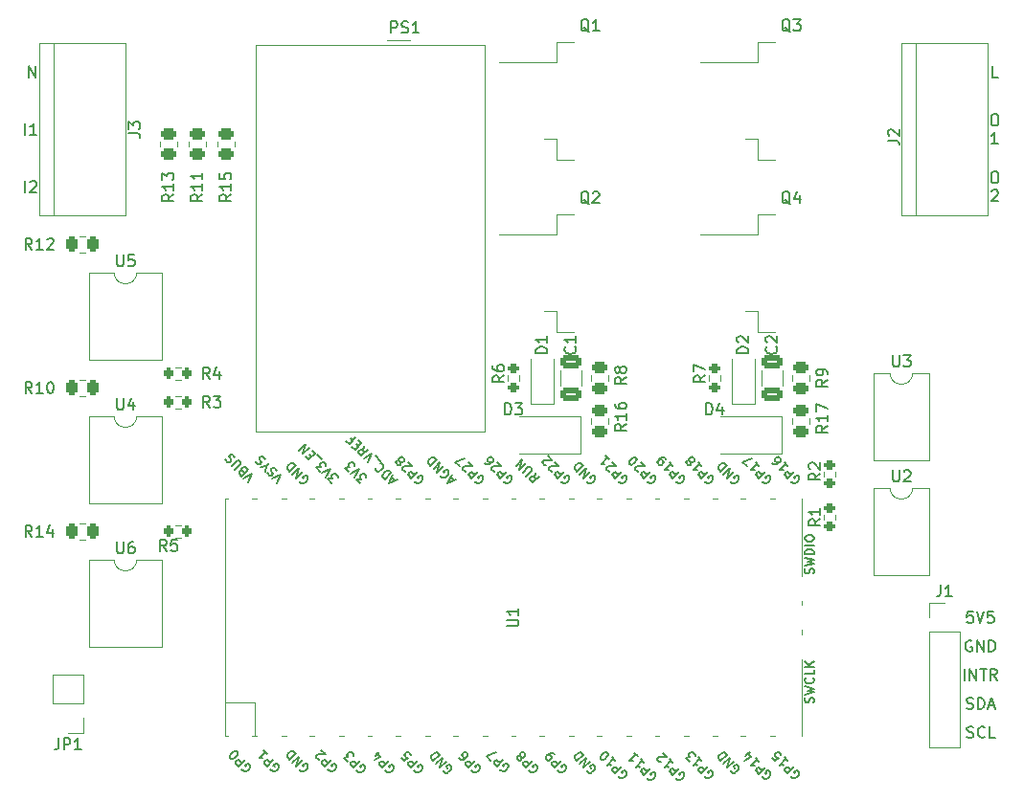
<source format=gto>
G04 #@! TF.GenerationSoftware,KiCad,Pcbnew,(6.0.0)*
G04 #@! TF.CreationDate,2022-05-18T17:51:48+02:00*
G04 #@! TF.ProjectId,prototype-3,70726f74-6f74-4797-9065-2d332e6b6963,rev?*
G04 #@! TF.SameCoordinates,Original*
G04 #@! TF.FileFunction,Legend,Top*
G04 #@! TF.FilePolarity,Positive*
%FSLAX46Y46*%
G04 Gerber Fmt 4.6, Leading zero omitted, Abs format (unit mm)*
G04 Created by KiCad (PCBNEW (6.0.0)) date 2022-05-18 17:51:48*
%MOMM*%
%LPD*%
G01*
G04 APERTURE LIST*
G04 Aperture macros list*
%AMRoundRect*
0 Rectangle with rounded corners*
0 $1 Rounding radius*
0 $2 $3 $4 $5 $6 $7 $8 $9 X,Y pos of 4 corners*
0 Add a 4 corners polygon primitive as box body*
4,1,4,$2,$3,$4,$5,$6,$7,$8,$9,$2,$3,0*
0 Add four circle primitives for the rounded corners*
1,1,$1+$1,$2,$3*
1,1,$1+$1,$4,$5*
1,1,$1+$1,$6,$7*
1,1,$1+$1,$8,$9*
0 Add four rect primitives between the rounded corners*
20,1,$1+$1,$2,$3,$4,$5,0*
20,1,$1+$1,$4,$5,$6,$7,0*
20,1,$1+$1,$6,$7,$8,$9,0*
20,1,$1+$1,$8,$9,$2,$3,0*%
G04 Aperture macros list end*
%ADD10C,0.150000*%
%ADD11C,0.120000*%
%ADD12R,1.200000X0.900000*%
%ADD13RoundRect,0.200000X0.200000X0.275000X-0.200000X0.275000X-0.200000X-0.275000X0.200000X-0.275000X0*%
%ADD14R,2.500000X1.800000*%
%ADD15R,3.000000X3.000000*%
%ADD16C,3.000000*%
%ADD17RoundRect,0.200000X-0.275000X0.200000X-0.275000X-0.200000X0.275000X-0.200000X0.275000X0.200000X0*%
%ADD18R,4.600000X1.100000*%
%ADD19R,9.400000X10.800000*%
%ADD20RoundRect,0.250000X0.450000X-0.262500X0.450000X0.262500X-0.450000X0.262500X-0.450000X-0.262500X0*%
%ADD21RoundRect,0.250000X-0.450000X0.262500X-0.450000X-0.262500X0.450000X-0.262500X0.450000X0.262500X0*%
%ADD22RoundRect,0.250000X0.262500X0.450000X-0.262500X0.450000X-0.262500X-0.450000X0.262500X-0.450000X0*%
%ADD23RoundRect,0.250000X0.650000X-0.325000X0.650000X0.325000X-0.650000X0.325000X-0.650000X-0.325000X0*%
%ADD24R,1.700000X1.700000*%
%ADD25O,1.700000X1.700000*%
%ADD26O,1.800000X1.800000*%
%ADD27O,1.500000X1.500000*%
%ADD28R,1.700000X3.500000*%
%ADD29R,3.500000X1.700000*%
%ADD30R,2.000000X1.780000*%
%ADD31R,2.000000X2.300000*%
%ADD32C,2.300000*%
G04 APERTURE END LIST*
D10*
X106711809Y-66492380D02*
X106711809Y-65492380D01*
X107140380Y-65587619D02*
X107188000Y-65540000D01*
X107283238Y-65492380D01*
X107521333Y-65492380D01*
X107616571Y-65540000D01*
X107664190Y-65587619D01*
X107711809Y-65682857D01*
X107711809Y-65778095D01*
X107664190Y-65920952D01*
X107092761Y-66492380D01*
X107711809Y-66492380D01*
X106711809Y-61412380D02*
X106711809Y-60412380D01*
X107711809Y-61412380D02*
X107140380Y-61412380D01*
X107426095Y-61412380D02*
X107426095Y-60412380D01*
X107330857Y-60555238D01*
X107235619Y-60650476D01*
X107140380Y-60698095D01*
X192714523Y-56332380D02*
X192238333Y-56332380D01*
X192238333Y-55332380D01*
X189920714Y-112164761D02*
X190063571Y-112212380D01*
X190301666Y-112212380D01*
X190396904Y-112164761D01*
X190444523Y-112117142D01*
X190492142Y-112021904D01*
X190492142Y-111926666D01*
X190444523Y-111831428D01*
X190396904Y-111783809D01*
X190301666Y-111736190D01*
X190111190Y-111688571D01*
X190015952Y-111640952D01*
X189968333Y-111593333D01*
X189920714Y-111498095D01*
X189920714Y-111402857D01*
X189968333Y-111307619D01*
X190015952Y-111260000D01*
X190111190Y-111212380D01*
X190349285Y-111212380D01*
X190492142Y-111260000D01*
X190920714Y-112212380D02*
X190920714Y-111212380D01*
X191158809Y-111212380D01*
X191301666Y-111260000D01*
X191396904Y-111355238D01*
X191444523Y-111450476D01*
X191492142Y-111640952D01*
X191492142Y-111783809D01*
X191444523Y-111974285D01*
X191396904Y-112069523D01*
X191301666Y-112164761D01*
X191158809Y-112212380D01*
X190920714Y-112212380D01*
X191873095Y-111926666D02*
X192349285Y-111926666D01*
X191777857Y-112212380D02*
X192111190Y-111212380D01*
X192444523Y-112212380D01*
X190373095Y-106180000D02*
X190277857Y-106132380D01*
X190135000Y-106132380D01*
X189992142Y-106180000D01*
X189896904Y-106275238D01*
X189849285Y-106370476D01*
X189801666Y-106560952D01*
X189801666Y-106703809D01*
X189849285Y-106894285D01*
X189896904Y-106989523D01*
X189992142Y-107084761D01*
X190135000Y-107132380D01*
X190230238Y-107132380D01*
X190373095Y-107084761D01*
X190420714Y-107037142D01*
X190420714Y-106703809D01*
X190230238Y-106703809D01*
X190849285Y-107132380D02*
X190849285Y-106132380D01*
X191420714Y-107132380D01*
X191420714Y-106132380D01*
X191896904Y-107132380D02*
X191896904Y-106132380D01*
X192135000Y-106132380D01*
X192277857Y-106180000D01*
X192373095Y-106275238D01*
X192420714Y-106370476D01*
X192468333Y-106560952D01*
X192468333Y-106703809D01*
X192420714Y-106894285D01*
X192373095Y-106989523D01*
X192277857Y-107084761D01*
X192135000Y-107132380D01*
X191896904Y-107132380D01*
X192309761Y-64687380D02*
X192500238Y-64687380D01*
X192595476Y-64735000D01*
X192690714Y-64830238D01*
X192738333Y-65020714D01*
X192738333Y-65354047D01*
X192690714Y-65544523D01*
X192595476Y-65639761D01*
X192500238Y-65687380D01*
X192309761Y-65687380D01*
X192214523Y-65639761D01*
X192119285Y-65544523D01*
X192071666Y-65354047D01*
X192071666Y-65020714D01*
X192119285Y-64830238D01*
X192214523Y-64735000D01*
X192309761Y-64687380D01*
X192119285Y-66392619D02*
X192166904Y-66345000D01*
X192262142Y-66297380D01*
X192500238Y-66297380D01*
X192595476Y-66345000D01*
X192643095Y-66392619D01*
X192690714Y-66487857D01*
X192690714Y-66583095D01*
X192643095Y-66725952D01*
X192071666Y-67297380D01*
X192690714Y-67297380D01*
X190468333Y-103592380D02*
X189992142Y-103592380D01*
X189944523Y-104068571D01*
X189992142Y-104020952D01*
X190087380Y-103973333D01*
X190325476Y-103973333D01*
X190420714Y-104020952D01*
X190468333Y-104068571D01*
X190515952Y-104163809D01*
X190515952Y-104401904D01*
X190468333Y-104497142D01*
X190420714Y-104544761D01*
X190325476Y-104592380D01*
X190087380Y-104592380D01*
X189992142Y-104544761D01*
X189944523Y-104497142D01*
X190801666Y-103592380D02*
X191135000Y-104592380D01*
X191468333Y-103592380D01*
X192277857Y-103592380D02*
X191801666Y-103592380D01*
X191754047Y-104068571D01*
X191801666Y-104020952D01*
X191896904Y-103973333D01*
X192135000Y-103973333D01*
X192230238Y-104020952D01*
X192277857Y-104068571D01*
X192325476Y-104163809D01*
X192325476Y-104401904D01*
X192277857Y-104497142D01*
X192230238Y-104544761D01*
X192135000Y-104592380D01*
X191896904Y-104592380D01*
X191801666Y-104544761D01*
X191754047Y-104497142D01*
X192309761Y-59607380D02*
X192500238Y-59607380D01*
X192595476Y-59655000D01*
X192690714Y-59750238D01*
X192738333Y-59940714D01*
X192738333Y-60274047D01*
X192690714Y-60464523D01*
X192595476Y-60559761D01*
X192500238Y-60607380D01*
X192309761Y-60607380D01*
X192214523Y-60559761D01*
X192119285Y-60464523D01*
X192071666Y-60274047D01*
X192071666Y-59940714D01*
X192119285Y-59750238D01*
X192214523Y-59655000D01*
X192309761Y-59607380D01*
X192690714Y-62217380D02*
X192119285Y-62217380D01*
X192405000Y-62217380D02*
X192405000Y-61217380D01*
X192309761Y-61360238D01*
X192214523Y-61455476D01*
X192119285Y-61503095D01*
X189944523Y-114704761D02*
X190087380Y-114752380D01*
X190325476Y-114752380D01*
X190420714Y-114704761D01*
X190468333Y-114657142D01*
X190515952Y-114561904D01*
X190515952Y-114466666D01*
X190468333Y-114371428D01*
X190420714Y-114323809D01*
X190325476Y-114276190D01*
X190135000Y-114228571D01*
X190039761Y-114180952D01*
X189992142Y-114133333D01*
X189944523Y-114038095D01*
X189944523Y-113942857D01*
X189992142Y-113847619D01*
X190039761Y-113800000D01*
X190135000Y-113752380D01*
X190373095Y-113752380D01*
X190515952Y-113800000D01*
X191515952Y-114657142D02*
X191468333Y-114704761D01*
X191325476Y-114752380D01*
X191230238Y-114752380D01*
X191087380Y-114704761D01*
X190992142Y-114609523D01*
X190944523Y-114514285D01*
X190896904Y-114323809D01*
X190896904Y-114180952D01*
X190944523Y-113990476D01*
X190992142Y-113895238D01*
X191087380Y-113800000D01*
X191230238Y-113752380D01*
X191325476Y-113752380D01*
X191468333Y-113800000D01*
X191515952Y-113847619D01*
X192420714Y-114752380D02*
X191944523Y-114752380D01*
X191944523Y-113752380D01*
X189730238Y-109672380D02*
X189730238Y-108672380D01*
X190206428Y-109672380D02*
X190206428Y-108672380D01*
X190777857Y-109672380D01*
X190777857Y-108672380D01*
X191111190Y-108672380D02*
X191682619Y-108672380D01*
X191396904Y-109672380D02*
X191396904Y-108672380D01*
X192587380Y-109672380D02*
X192254047Y-109196190D01*
X192015952Y-109672380D02*
X192015952Y-108672380D01*
X192396904Y-108672380D01*
X192492142Y-108720000D01*
X192539761Y-108767619D01*
X192587380Y-108862857D01*
X192587380Y-109005714D01*
X192539761Y-109100952D01*
X192492142Y-109148571D01*
X192396904Y-109196190D01*
X192015952Y-109196190D01*
X107029285Y-56332380D02*
X107029285Y-55332380D01*
X107600714Y-56332380D01*
X107600714Y-55332380D01*
X170632380Y-80748095D02*
X169632380Y-80748095D01*
X169632380Y-80510000D01*
X169680000Y-80367142D01*
X169775238Y-80271904D01*
X169870476Y-80224285D01*
X170060952Y-80176666D01*
X170203809Y-80176666D01*
X170394285Y-80224285D01*
X170489523Y-80271904D01*
X170584761Y-80367142D01*
X170632380Y-80510000D01*
X170632380Y-80748095D01*
X169727619Y-79795714D02*
X169680000Y-79748095D01*
X169632380Y-79652857D01*
X169632380Y-79414761D01*
X169680000Y-79319523D01*
X169727619Y-79271904D01*
X169822857Y-79224285D01*
X169918095Y-79224285D01*
X170060952Y-79271904D01*
X170632380Y-79843333D01*
X170632380Y-79224285D01*
X123023333Y-85542380D02*
X122690000Y-85066190D01*
X122451904Y-85542380D02*
X122451904Y-84542380D01*
X122832857Y-84542380D01*
X122928095Y-84590000D01*
X122975714Y-84637619D01*
X123023333Y-84732857D01*
X123023333Y-84875714D01*
X122975714Y-84970952D01*
X122928095Y-85018571D01*
X122832857Y-85066190D01*
X122451904Y-85066190D01*
X123356666Y-84542380D02*
X123975714Y-84542380D01*
X123642380Y-84923333D01*
X123785238Y-84923333D01*
X123880476Y-84970952D01*
X123928095Y-85018571D01*
X123975714Y-85113809D01*
X123975714Y-85351904D01*
X123928095Y-85447142D01*
X123880476Y-85494761D01*
X123785238Y-85542380D01*
X123499523Y-85542380D01*
X123404285Y-85494761D01*
X123356666Y-85447142D01*
X166901904Y-86177380D02*
X166901904Y-85177380D01*
X167140000Y-85177380D01*
X167282857Y-85225000D01*
X167378095Y-85320238D01*
X167425714Y-85415476D01*
X167473333Y-85605952D01*
X167473333Y-85748809D01*
X167425714Y-85939285D01*
X167378095Y-86034523D01*
X167282857Y-86129761D01*
X167140000Y-86177380D01*
X166901904Y-86177380D01*
X168330476Y-85510714D02*
X168330476Y-86177380D01*
X168092380Y-85129761D02*
X167854285Y-85844047D01*
X168473333Y-85844047D01*
X115862380Y-61263333D02*
X116576666Y-61263333D01*
X116719523Y-61310952D01*
X116814761Y-61406190D01*
X116862380Y-61549047D01*
X116862380Y-61644285D01*
X115862380Y-60882380D02*
X115862380Y-60263333D01*
X116243333Y-60596666D01*
X116243333Y-60453809D01*
X116290952Y-60358571D01*
X116338571Y-60310952D01*
X116433809Y-60263333D01*
X116671904Y-60263333D01*
X116767142Y-60310952D01*
X116814761Y-60358571D01*
X116862380Y-60453809D01*
X116862380Y-60739523D01*
X116814761Y-60834761D01*
X116767142Y-60882380D01*
X176982380Y-91369408D02*
X176506190Y-91702742D01*
X176982380Y-91940837D02*
X175982380Y-91940837D01*
X175982380Y-91559884D01*
X176030000Y-91464646D01*
X176077619Y-91417027D01*
X176172857Y-91369408D01*
X176315714Y-91369408D01*
X176410952Y-91417027D01*
X176458571Y-91464646D01*
X176506190Y-91559884D01*
X176506190Y-91940837D01*
X176077619Y-90988456D02*
X176030000Y-90940837D01*
X175982380Y-90845599D01*
X175982380Y-90607503D01*
X176030000Y-90512265D01*
X176077619Y-90464646D01*
X176172857Y-90417027D01*
X176268095Y-90417027D01*
X176410952Y-90464646D01*
X176982380Y-91036075D01*
X176982380Y-90417027D01*
X156549761Y-52317619D02*
X156454523Y-52270000D01*
X156359285Y-52174761D01*
X156216428Y-52031904D01*
X156121190Y-51984285D01*
X156025952Y-51984285D01*
X156073571Y-52222380D02*
X155978333Y-52174761D01*
X155883095Y-52079523D01*
X155835476Y-51889047D01*
X155835476Y-51555714D01*
X155883095Y-51365238D01*
X155978333Y-51270000D01*
X156073571Y-51222380D01*
X156264047Y-51222380D01*
X156359285Y-51270000D01*
X156454523Y-51365238D01*
X156502142Y-51555714D01*
X156502142Y-51889047D01*
X156454523Y-52079523D01*
X156359285Y-52174761D01*
X156264047Y-52222380D01*
X156073571Y-52222380D01*
X157454523Y-52222380D02*
X156883095Y-52222380D01*
X157168809Y-52222380D02*
X157168809Y-51222380D01*
X157073571Y-51365238D01*
X156978333Y-51460476D01*
X156883095Y-51508095D01*
X177617380Y-83096666D02*
X177141190Y-83430000D01*
X177617380Y-83668095D02*
X176617380Y-83668095D01*
X176617380Y-83287142D01*
X176665000Y-83191904D01*
X176712619Y-83144285D01*
X176807857Y-83096666D01*
X176950714Y-83096666D01*
X177045952Y-83144285D01*
X177093571Y-83191904D01*
X177141190Y-83287142D01*
X177141190Y-83668095D01*
X177617380Y-82620476D02*
X177617380Y-82430000D01*
X177569761Y-82334761D01*
X177522142Y-82287142D01*
X177379285Y-82191904D01*
X177188809Y-82144285D01*
X176807857Y-82144285D01*
X176712619Y-82191904D01*
X176665000Y-82239523D01*
X176617380Y-82334761D01*
X176617380Y-82525238D01*
X176665000Y-82620476D01*
X176712619Y-82668095D01*
X176807857Y-82715714D01*
X177045952Y-82715714D01*
X177141190Y-82668095D01*
X177188809Y-82620476D01*
X177236428Y-82525238D01*
X177236428Y-82334761D01*
X177188809Y-82239523D01*
X177141190Y-82191904D01*
X177045952Y-82144285D01*
X119213333Y-98242380D02*
X118880000Y-97766190D01*
X118641904Y-98242380D02*
X118641904Y-97242380D01*
X119022857Y-97242380D01*
X119118095Y-97290000D01*
X119165714Y-97337619D01*
X119213333Y-97432857D01*
X119213333Y-97575714D01*
X119165714Y-97670952D01*
X119118095Y-97718571D01*
X119022857Y-97766190D01*
X118641904Y-97766190D01*
X120118095Y-97242380D02*
X119641904Y-97242380D01*
X119594285Y-97718571D01*
X119641904Y-97670952D01*
X119737142Y-97623333D01*
X119975238Y-97623333D01*
X120070476Y-97670952D01*
X120118095Y-97718571D01*
X120165714Y-97813809D01*
X120165714Y-98051904D01*
X120118095Y-98147142D01*
X120070476Y-98194761D01*
X119975238Y-98242380D01*
X119737142Y-98242380D01*
X119641904Y-98194761D01*
X119594285Y-98147142D01*
X166822380Y-82716666D02*
X166346190Y-83050000D01*
X166822380Y-83288095D02*
X165822380Y-83288095D01*
X165822380Y-82907142D01*
X165870000Y-82811904D01*
X165917619Y-82764285D01*
X166012857Y-82716666D01*
X166155714Y-82716666D01*
X166250952Y-82764285D01*
X166298571Y-82811904D01*
X166346190Y-82907142D01*
X166346190Y-83288095D01*
X165822380Y-82383333D02*
X165822380Y-81716666D01*
X166822380Y-82145238D01*
X152852380Y-80748095D02*
X151852380Y-80748095D01*
X151852380Y-80510000D01*
X151900000Y-80367142D01*
X151995238Y-80271904D01*
X152090476Y-80224285D01*
X152280952Y-80176666D01*
X152423809Y-80176666D01*
X152614285Y-80224285D01*
X152709523Y-80271904D01*
X152804761Y-80367142D01*
X152852380Y-80510000D01*
X152852380Y-80748095D01*
X152852380Y-79224285D02*
X152852380Y-79795714D01*
X152852380Y-79510000D02*
X151852380Y-79510000D01*
X151995238Y-79605238D01*
X152090476Y-79700476D01*
X152138095Y-79795714D01*
X122372380Y-66682857D02*
X121896190Y-67016190D01*
X122372380Y-67254285D02*
X121372380Y-67254285D01*
X121372380Y-66873333D01*
X121420000Y-66778095D01*
X121467619Y-66730476D01*
X121562857Y-66682857D01*
X121705714Y-66682857D01*
X121800952Y-66730476D01*
X121848571Y-66778095D01*
X121896190Y-66873333D01*
X121896190Y-67254285D01*
X122372380Y-65730476D02*
X122372380Y-66301904D01*
X122372380Y-66016190D02*
X121372380Y-66016190D01*
X121515238Y-66111428D01*
X121610476Y-66206666D01*
X121658095Y-66301904D01*
X122372380Y-64778095D02*
X122372380Y-65349523D01*
X122372380Y-65063809D02*
X121372380Y-65063809D01*
X121515238Y-65159047D01*
X121610476Y-65254285D01*
X121658095Y-65349523D01*
X174329761Y-52317619D02*
X174234523Y-52270000D01*
X174139285Y-52174761D01*
X173996428Y-52031904D01*
X173901190Y-51984285D01*
X173805952Y-51984285D01*
X173853571Y-52222380D02*
X173758333Y-52174761D01*
X173663095Y-52079523D01*
X173615476Y-51889047D01*
X173615476Y-51555714D01*
X173663095Y-51365238D01*
X173758333Y-51270000D01*
X173853571Y-51222380D01*
X174044047Y-51222380D01*
X174139285Y-51270000D01*
X174234523Y-51365238D01*
X174282142Y-51555714D01*
X174282142Y-51889047D01*
X174234523Y-52079523D01*
X174139285Y-52174761D01*
X174044047Y-52222380D01*
X173853571Y-52222380D01*
X174615476Y-51222380D02*
X175234523Y-51222380D01*
X174901190Y-51603333D01*
X175044047Y-51603333D01*
X175139285Y-51650952D01*
X175186904Y-51698571D01*
X175234523Y-51793809D01*
X175234523Y-52031904D01*
X175186904Y-52127142D01*
X175139285Y-52174761D01*
X175044047Y-52222380D01*
X174758333Y-52222380D01*
X174663095Y-52174761D01*
X174615476Y-52127142D01*
X159837380Y-87002857D02*
X159361190Y-87336190D01*
X159837380Y-87574285D02*
X158837380Y-87574285D01*
X158837380Y-87193333D01*
X158885000Y-87098095D01*
X158932619Y-87050476D01*
X159027857Y-87002857D01*
X159170714Y-87002857D01*
X159265952Y-87050476D01*
X159313571Y-87098095D01*
X159361190Y-87193333D01*
X159361190Y-87574285D01*
X159837380Y-86050476D02*
X159837380Y-86621904D01*
X159837380Y-86336190D02*
X158837380Y-86336190D01*
X158980238Y-86431428D01*
X159075476Y-86526666D01*
X159123095Y-86621904D01*
X158837380Y-85193333D02*
X158837380Y-85383809D01*
X158885000Y-85479047D01*
X158932619Y-85526666D01*
X159075476Y-85621904D01*
X159265952Y-85669523D01*
X159646904Y-85669523D01*
X159742142Y-85621904D01*
X159789761Y-85574285D01*
X159837380Y-85479047D01*
X159837380Y-85288571D01*
X159789761Y-85193333D01*
X159742142Y-85145714D01*
X159646904Y-85098095D01*
X159408809Y-85098095D01*
X159313571Y-85145714D01*
X159265952Y-85193333D01*
X159218333Y-85288571D01*
X159218333Y-85479047D01*
X159265952Y-85574285D01*
X159313571Y-85621904D01*
X159408809Y-85669523D01*
X107307142Y-84272380D02*
X106973809Y-83796190D01*
X106735714Y-84272380D02*
X106735714Y-83272380D01*
X107116666Y-83272380D01*
X107211904Y-83320000D01*
X107259523Y-83367619D01*
X107307142Y-83462857D01*
X107307142Y-83605714D01*
X107259523Y-83700952D01*
X107211904Y-83748571D01*
X107116666Y-83796190D01*
X106735714Y-83796190D01*
X108259523Y-84272380D02*
X107688095Y-84272380D01*
X107973809Y-84272380D02*
X107973809Y-83272380D01*
X107878571Y-83415238D01*
X107783333Y-83510476D01*
X107688095Y-83558095D01*
X108878571Y-83272380D02*
X108973809Y-83272380D01*
X109069047Y-83320000D01*
X109116666Y-83367619D01*
X109164285Y-83462857D01*
X109211904Y-83653333D01*
X109211904Y-83891428D01*
X109164285Y-84081904D01*
X109116666Y-84177142D01*
X109069047Y-84224761D01*
X108973809Y-84272380D01*
X108878571Y-84272380D01*
X108783333Y-84224761D01*
X108735714Y-84177142D01*
X108688095Y-84081904D01*
X108640476Y-83891428D01*
X108640476Y-83653333D01*
X108688095Y-83462857D01*
X108735714Y-83367619D01*
X108783333Y-83320000D01*
X108878571Y-83272380D01*
X107307142Y-96972380D02*
X106973809Y-96496190D01*
X106735714Y-96972380D02*
X106735714Y-95972380D01*
X107116666Y-95972380D01*
X107211904Y-96020000D01*
X107259523Y-96067619D01*
X107307142Y-96162857D01*
X107307142Y-96305714D01*
X107259523Y-96400952D01*
X107211904Y-96448571D01*
X107116666Y-96496190D01*
X106735714Y-96496190D01*
X108259523Y-96972380D02*
X107688095Y-96972380D01*
X107973809Y-96972380D02*
X107973809Y-95972380D01*
X107878571Y-96115238D01*
X107783333Y-96210476D01*
X107688095Y-96258095D01*
X109116666Y-96305714D02*
X109116666Y-96972380D01*
X108878571Y-95924761D02*
X108640476Y-96639047D01*
X109259523Y-96639047D01*
X155297142Y-80176666D02*
X155344761Y-80224285D01*
X155392380Y-80367142D01*
X155392380Y-80462380D01*
X155344761Y-80605238D01*
X155249523Y-80700476D01*
X155154285Y-80748095D01*
X154963809Y-80795714D01*
X154820952Y-80795714D01*
X154630476Y-80748095D01*
X154535238Y-80700476D01*
X154440000Y-80605238D01*
X154392380Y-80462380D01*
X154392380Y-80367142D01*
X154440000Y-80224285D01*
X154487619Y-80176666D01*
X155392380Y-79224285D02*
X155392380Y-79795714D01*
X155392380Y-79510000D02*
X154392380Y-79510000D01*
X154535238Y-79605238D01*
X154630476Y-79700476D01*
X154678095Y-79795714D01*
X119832380Y-66682857D02*
X119356190Y-67016190D01*
X119832380Y-67254285D02*
X118832380Y-67254285D01*
X118832380Y-66873333D01*
X118880000Y-66778095D01*
X118927619Y-66730476D01*
X119022857Y-66682857D01*
X119165714Y-66682857D01*
X119260952Y-66730476D01*
X119308571Y-66778095D01*
X119356190Y-66873333D01*
X119356190Y-67254285D01*
X119832380Y-65730476D02*
X119832380Y-66301904D01*
X119832380Y-66016190D02*
X118832380Y-66016190D01*
X118975238Y-66111428D01*
X119070476Y-66206666D01*
X119118095Y-66301904D01*
X118832380Y-65397142D02*
X118832380Y-64778095D01*
X119213333Y-65111428D01*
X119213333Y-64968571D01*
X119260952Y-64873333D01*
X119308571Y-64825714D01*
X119403809Y-64778095D01*
X119641904Y-64778095D01*
X119737142Y-64825714D01*
X119784761Y-64873333D01*
X119832380Y-64968571D01*
X119832380Y-65254285D01*
X119784761Y-65349523D01*
X119737142Y-65397142D01*
X159837380Y-82869602D02*
X159361190Y-83202936D01*
X159837380Y-83441031D02*
X158837380Y-83441031D01*
X158837380Y-83060078D01*
X158885000Y-82964840D01*
X158932619Y-82917221D01*
X159027857Y-82869602D01*
X159170714Y-82869602D01*
X159265952Y-82917221D01*
X159313571Y-82964840D01*
X159361190Y-83060078D01*
X159361190Y-83441031D01*
X159265952Y-82298174D02*
X159218333Y-82393412D01*
X159170714Y-82441031D01*
X159075476Y-82488650D01*
X159027857Y-82488650D01*
X158932619Y-82441031D01*
X158885000Y-82393412D01*
X158837380Y-82298174D01*
X158837380Y-82107697D01*
X158885000Y-82012459D01*
X158932619Y-81964840D01*
X159027857Y-81917221D01*
X159075476Y-81917221D01*
X159170714Y-81964840D01*
X159218333Y-82012459D01*
X159265952Y-82107697D01*
X159265952Y-82298174D01*
X159313571Y-82393412D01*
X159361190Y-82441031D01*
X159456428Y-82488650D01*
X159646904Y-82488650D01*
X159742142Y-82441031D01*
X159789761Y-82393412D01*
X159837380Y-82298174D01*
X159837380Y-82107697D01*
X159789761Y-82012459D01*
X159742142Y-81964840D01*
X159646904Y-81917221D01*
X159456428Y-81917221D01*
X159361190Y-81964840D01*
X159313571Y-82012459D01*
X159265952Y-82107697D01*
X149121904Y-86177380D02*
X149121904Y-85177380D01*
X149360000Y-85177380D01*
X149502857Y-85225000D01*
X149598095Y-85320238D01*
X149645714Y-85415476D01*
X149693333Y-85605952D01*
X149693333Y-85748809D01*
X149645714Y-85939285D01*
X149598095Y-86034523D01*
X149502857Y-86129761D01*
X149360000Y-86177380D01*
X149121904Y-86177380D01*
X150026666Y-85177380D02*
X150645714Y-85177380D01*
X150312380Y-85558333D01*
X150455238Y-85558333D01*
X150550476Y-85605952D01*
X150598095Y-85653571D01*
X150645714Y-85748809D01*
X150645714Y-85986904D01*
X150598095Y-86082142D01*
X150550476Y-86129761D01*
X150455238Y-86177380D01*
X150169523Y-86177380D01*
X150074285Y-86129761D01*
X150026666Y-86082142D01*
X149042380Y-82716666D02*
X148566190Y-83050000D01*
X149042380Y-83288095D02*
X148042380Y-83288095D01*
X148042380Y-82907142D01*
X148090000Y-82811904D01*
X148137619Y-82764285D01*
X148232857Y-82716666D01*
X148375714Y-82716666D01*
X148470952Y-82764285D01*
X148518571Y-82811904D01*
X148566190Y-82907142D01*
X148566190Y-83288095D01*
X148042380Y-81859523D02*
X148042380Y-82050000D01*
X148090000Y-82145238D01*
X148137619Y-82192857D01*
X148280476Y-82288095D01*
X148470952Y-82335714D01*
X148851904Y-82335714D01*
X148947142Y-82288095D01*
X148994761Y-82240476D01*
X149042380Y-82145238D01*
X149042380Y-81954761D01*
X148994761Y-81859523D01*
X148947142Y-81811904D01*
X148851904Y-81764285D01*
X148613809Y-81764285D01*
X148518571Y-81811904D01*
X148470952Y-81859523D01*
X148423333Y-81954761D01*
X148423333Y-82145238D01*
X148470952Y-82240476D01*
X148518571Y-82288095D01*
X148613809Y-82335714D01*
X109656666Y-114812380D02*
X109656666Y-115526666D01*
X109609047Y-115669523D01*
X109513809Y-115764761D01*
X109370952Y-115812380D01*
X109275714Y-115812380D01*
X110132857Y-115812380D02*
X110132857Y-114812380D01*
X110513809Y-114812380D01*
X110609047Y-114860000D01*
X110656666Y-114907619D01*
X110704285Y-115002857D01*
X110704285Y-115145714D01*
X110656666Y-115240952D01*
X110609047Y-115288571D01*
X110513809Y-115336190D01*
X110132857Y-115336190D01*
X111656666Y-115812380D02*
X111085238Y-115812380D01*
X111370952Y-115812380D02*
X111370952Y-114812380D01*
X111275714Y-114955238D01*
X111180476Y-115050476D01*
X111085238Y-115098095D01*
X149312380Y-104901904D02*
X150121904Y-104901904D01*
X150217142Y-104854285D01*
X150264761Y-104806666D01*
X150312380Y-104711428D01*
X150312380Y-104520952D01*
X150264761Y-104425714D01*
X150217142Y-104378095D01*
X150121904Y-104330476D01*
X149312380Y-104330476D01*
X150312380Y-103330476D02*
X150312380Y-103901904D01*
X150312380Y-103616190D02*
X149312380Y-103616190D01*
X149455238Y-103711428D01*
X149550476Y-103806666D01*
X149598095Y-103901904D01*
X133471218Y-117526903D02*
X133498155Y-117607715D01*
X133578967Y-117688528D01*
X133686717Y-117742402D01*
X133794467Y-117742402D01*
X133875279Y-117715465D01*
X134009966Y-117634653D01*
X134090778Y-117553841D01*
X134171590Y-117419154D01*
X134198528Y-117338341D01*
X134198528Y-117230592D01*
X134144653Y-117122842D01*
X134090778Y-117068967D01*
X133983028Y-117015093D01*
X133929154Y-117015093D01*
X133740592Y-117203654D01*
X133848341Y-117311404D01*
X133740592Y-116718781D02*
X133174906Y-117284467D01*
X132959407Y-117068967D01*
X132932470Y-116988155D01*
X132932470Y-116934280D01*
X132959407Y-116853468D01*
X133040219Y-116772656D01*
X133121032Y-116745719D01*
X133174906Y-116745719D01*
X133255719Y-116772656D01*
X133471218Y-116988155D01*
X132690033Y-116691844D02*
X132636158Y-116691844D01*
X132555346Y-116664906D01*
X132420659Y-116530219D01*
X132393722Y-116449407D01*
X132393722Y-116395532D01*
X132420659Y-116314720D01*
X132474534Y-116260845D01*
X132582284Y-116206971D01*
X133228781Y-116206971D01*
X132878595Y-115856784D01*
X143658155Y-117653841D02*
X143685093Y-117734653D01*
X143765905Y-117815465D01*
X143873654Y-117869340D01*
X143981404Y-117869340D01*
X144062216Y-117842402D01*
X144196903Y-117761590D01*
X144277715Y-117680778D01*
X144358528Y-117546091D01*
X144385465Y-117465279D01*
X144385465Y-117357529D01*
X144331590Y-117249780D01*
X144277715Y-117195905D01*
X144169966Y-117142030D01*
X144116091Y-117142030D01*
X143927529Y-117330592D01*
X144035279Y-117438341D01*
X143927529Y-116845719D02*
X143361844Y-117411404D01*
X143604280Y-116522470D01*
X143038595Y-117088155D01*
X143334906Y-116253096D02*
X142769221Y-116818781D01*
X142634534Y-116684094D01*
X142580659Y-116576345D01*
X142580659Y-116468595D01*
X142607597Y-116387783D01*
X142688409Y-116253096D01*
X142769221Y-116172284D01*
X142903908Y-116091471D01*
X142984720Y-116064534D01*
X143092470Y-116064534D01*
X143200219Y-116118409D01*
X143334906Y-116253096D01*
X141091218Y-117626903D02*
X141118155Y-117707715D01*
X141198967Y-117788528D01*
X141306717Y-117842402D01*
X141414467Y-117842402D01*
X141495279Y-117815465D01*
X141629966Y-117734653D01*
X141710778Y-117653841D01*
X141791590Y-117519154D01*
X141818528Y-117438341D01*
X141818528Y-117330592D01*
X141764653Y-117222842D01*
X141710778Y-117168967D01*
X141603028Y-117115093D01*
X141549154Y-117115093D01*
X141360592Y-117303654D01*
X141468341Y-117411404D01*
X141360592Y-116818781D02*
X140794906Y-117384467D01*
X140579407Y-117168967D01*
X140552470Y-117088155D01*
X140552470Y-117034280D01*
X140579407Y-116953468D01*
X140660219Y-116872656D01*
X140741032Y-116845719D01*
X140794906Y-116845719D01*
X140875719Y-116872656D01*
X141091218Y-117088155D01*
X139959847Y-116549407D02*
X140229221Y-116818781D01*
X140525532Y-116576345D01*
X140471658Y-116576345D01*
X140390845Y-116549407D01*
X140256158Y-116414720D01*
X140229221Y-116333908D01*
X140229221Y-116280033D01*
X140256158Y-116199221D01*
X140390845Y-116064534D01*
X140471658Y-116037597D01*
X140525532Y-116037597D01*
X140606345Y-116064534D01*
X140741032Y-116199221D01*
X140767969Y-116280033D01*
X140767969Y-116333908D01*
X133818308Y-92217868D02*
X133468122Y-91867682D01*
X133872183Y-91840744D01*
X133791370Y-91759932D01*
X133764433Y-91679120D01*
X133764433Y-91625245D01*
X133791370Y-91544433D01*
X133926057Y-91409746D01*
X134006870Y-91382809D01*
X134060744Y-91382809D01*
X134141557Y-91409746D01*
X134303181Y-91571370D01*
X134330118Y-91652183D01*
X134330118Y-91706057D01*
X133306497Y-91706057D02*
X133683621Y-90951810D01*
X132929374Y-91328934D01*
X132794687Y-91194247D02*
X132444500Y-90844061D01*
X132848561Y-90817123D01*
X132767749Y-90736311D01*
X132740812Y-90655499D01*
X132740812Y-90601624D01*
X132767749Y-90520812D01*
X132902436Y-90386125D01*
X132983248Y-90359187D01*
X133037123Y-90359187D01*
X133117935Y-90386125D01*
X133279560Y-90547749D01*
X133306497Y-90628561D01*
X133306497Y-90682436D01*
X132956311Y-90116751D02*
X132525312Y-89685752D01*
X132040439Y-89901251D02*
X131851877Y-89712690D01*
X132067377Y-89335566D02*
X132336751Y-89604940D01*
X131771065Y-90170625D01*
X131501691Y-89901251D01*
X131824940Y-89093129D02*
X131259255Y-89658815D01*
X131501691Y-88769881D01*
X130936006Y-89335566D01*
X146450592Y-92042277D02*
X146477529Y-92123089D01*
X146558341Y-92203902D01*
X146666091Y-92257776D01*
X146773841Y-92257776D01*
X146854653Y-92230839D01*
X146989340Y-92150027D01*
X147070152Y-92069215D01*
X147150964Y-91934528D01*
X147177902Y-91853715D01*
X147177902Y-91745966D01*
X147124027Y-91638216D01*
X147070152Y-91584341D01*
X146962402Y-91530467D01*
X146908528Y-91530467D01*
X146719966Y-91719028D01*
X146827715Y-91826778D01*
X146719966Y-91234155D02*
X146154280Y-91799841D01*
X145938781Y-91584341D01*
X145911844Y-91503529D01*
X145911844Y-91449654D01*
X145938781Y-91368842D01*
X146019593Y-91288030D01*
X146100406Y-91261093D01*
X146154280Y-91261093D01*
X146235093Y-91288030D01*
X146450592Y-91503529D01*
X145669407Y-91207218D02*
X145615532Y-91207218D01*
X145534720Y-91180280D01*
X145400033Y-91045593D01*
X145373096Y-90964781D01*
X145373096Y-90910906D01*
X145400033Y-90830094D01*
X145453908Y-90776219D01*
X145561658Y-90722345D01*
X146208155Y-90722345D01*
X145857969Y-90372158D01*
X145103722Y-90749282D02*
X144726598Y-90372158D01*
X145534720Y-90048910D01*
X166760592Y-118150277D02*
X166787529Y-118231089D01*
X166868341Y-118311902D01*
X166976091Y-118365776D01*
X167083841Y-118365776D01*
X167164653Y-118338839D01*
X167299340Y-118258027D01*
X167380152Y-118177215D01*
X167460964Y-118042528D01*
X167487902Y-117961715D01*
X167487902Y-117853966D01*
X167434027Y-117746216D01*
X167380152Y-117692341D01*
X167272402Y-117638467D01*
X167218528Y-117638467D01*
X167029966Y-117827028D01*
X167137715Y-117934778D01*
X167029966Y-117342155D02*
X166464280Y-117907841D01*
X166248781Y-117692341D01*
X166221844Y-117611529D01*
X166221844Y-117557654D01*
X166248781Y-117476842D01*
X166329593Y-117396030D01*
X166410406Y-117369093D01*
X166464280Y-117369093D01*
X166545093Y-117396030D01*
X166760592Y-117611529D01*
X166167969Y-116480158D02*
X166491218Y-116803407D01*
X166329593Y-116641783D02*
X165763908Y-117207468D01*
X165898595Y-117180531D01*
X166006345Y-117180531D01*
X166087157Y-117207468D01*
X165413722Y-116857282D02*
X165063536Y-116507096D01*
X165467597Y-116480158D01*
X165386784Y-116399346D01*
X165359847Y-116318534D01*
X165359847Y-116264659D01*
X165386784Y-116183847D01*
X165521471Y-116049160D01*
X165602284Y-116022223D01*
X165656158Y-116022223D01*
X165736971Y-116049160D01*
X165898595Y-116210784D01*
X165925532Y-116291597D01*
X165925532Y-116345471D01*
X151251218Y-117626903D02*
X151278155Y-117707715D01*
X151358967Y-117788528D01*
X151466717Y-117842402D01*
X151574467Y-117842402D01*
X151655279Y-117815465D01*
X151789966Y-117734653D01*
X151870778Y-117653841D01*
X151951590Y-117519154D01*
X151978528Y-117438341D01*
X151978528Y-117330592D01*
X151924653Y-117222842D01*
X151870778Y-117168967D01*
X151763028Y-117115093D01*
X151709154Y-117115093D01*
X151520592Y-117303654D01*
X151628341Y-117411404D01*
X151520592Y-116818781D02*
X150954906Y-117384467D01*
X150739407Y-117168967D01*
X150712470Y-117088155D01*
X150712470Y-117034280D01*
X150739407Y-116953468D01*
X150820219Y-116872656D01*
X150901032Y-116845719D01*
X150954906Y-116845719D01*
X151035719Y-116872656D01*
X151251218Y-117088155D01*
X150550845Y-116495532D02*
X150577783Y-116576345D01*
X150577783Y-116630219D01*
X150550845Y-116711032D01*
X150523908Y-116737969D01*
X150443096Y-116764906D01*
X150389221Y-116764906D01*
X150308409Y-116737969D01*
X150200659Y-116630219D01*
X150173722Y-116549407D01*
X150173722Y-116495532D01*
X150200659Y-116414720D01*
X150227597Y-116387783D01*
X150308409Y-116360845D01*
X150362284Y-116360845D01*
X150443096Y-116387783D01*
X150550845Y-116495532D01*
X150631658Y-116522470D01*
X150685532Y-116522470D01*
X150766345Y-116495532D01*
X150874094Y-116387783D01*
X150901032Y-116306971D01*
X150901032Y-116253096D01*
X150874094Y-116172284D01*
X150766345Y-116064534D01*
X150685532Y-116037597D01*
X150631658Y-116037597D01*
X150550845Y-116064534D01*
X150443096Y-116172284D01*
X150416158Y-116253096D01*
X150416158Y-116306971D01*
X150443096Y-116387783D01*
X159140592Y-118150277D02*
X159167529Y-118231089D01*
X159248341Y-118311902D01*
X159356091Y-118365776D01*
X159463841Y-118365776D01*
X159544653Y-118338839D01*
X159679340Y-118258027D01*
X159760152Y-118177215D01*
X159840964Y-118042528D01*
X159867902Y-117961715D01*
X159867902Y-117853966D01*
X159814027Y-117746216D01*
X159760152Y-117692341D01*
X159652402Y-117638467D01*
X159598528Y-117638467D01*
X159409966Y-117827028D01*
X159517715Y-117934778D01*
X159409966Y-117342155D02*
X158844280Y-117907841D01*
X158628781Y-117692341D01*
X158601844Y-117611529D01*
X158601844Y-117557654D01*
X158628781Y-117476842D01*
X158709593Y-117396030D01*
X158790406Y-117369093D01*
X158844280Y-117369093D01*
X158925093Y-117396030D01*
X159140592Y-117611529D01*
X158547969Y-116480158D02*
X158871218Y-116803407D01*
X158709593Y-116641783D02*
X158143908Y-117207468D01*
X158278595Y-117180531D01*
X158386345Y-117180531D01*
X158467157Y-117207468D01*
X157632097Y-116695658D02*
X157578223Y-116641783D01*
X157551285Y-116560971D01*
X157551285Y-116507096D01*
X157578223Y-116426284D01*
X157659035Y-116291597D01*
X157793722Y-116156910D01*
X157928409Y-116076097D01*
X158009221Y-116049160D01*
X158063096Y-116049160D01*
X158143908Y-116076097D01*
X158197783Y-116129972D01*
X158224720Y-116210784D01*
X158224720Y-116264659D01*
X158197783Y-116345471D01*
X158116971Y-116480158D01*
X157982284Y-116614845D01*
X157847597Y-116695658D01*
X157766784Y-116722595D01*
X157712910Y-116722595D01*
X157632097Y-116695658D01*
X154060592Y-92042277D02*
X154087529Y-92123089D01*
X154168341Y-92203902D01*
X154276091Y-92257776D01*
X154383841Y-92257776D01*
X154464653Y-92230839D01*
X154599340Y-92150027D01*
X154680152Y-92069215D01*
X154760964Y-91934528D01*
X154787902Y-91853715D01*
X154787902Y-91745966D01*
X154734027Y-91638216D01*
X154680152Y-91584341D01*
X154572402Y-91530467D01*
X154518528Y-91530467D01*
X154329966Y-91719028D01*
X154437715Y-91826778D01*
X154329966Y-91234155D02*
X153764280Y-91799841D01*
X153548781Y-91584341D01*
X153521844Y-91503529D01*
X153521844Y-91449654D01*
X153548781Y-91368842D01*
X153629593Y-91288030D01*
X153710406Y-91261093D01*
X153764280Y-91261093D01*
X153845093Y-91288030D01*
X154060592Y-91503529D01*
X153279407Y-91207218D02*
X153225532Y-91207218D01*
X153144720Y-91180280D01*
X153010033Y-91045593D01*
X152983096Y-90964781D01*
X152983096Y-90910906D01*
X153010033Y-90830094D01*
X153063908Y-90776219D01*
X153171658Y-90722345D01*
X153818155Y-90722345D01*
X153467969Y-90372158D01*
X152740659Y-90668470D02*
X152686784Y-90668470D01*
X152605972Y-90641532D01*
X152471285Y-90506845D01*
X152444348Y-90426033D01*
X152444348Y-90372158D01*
X152471285Y-90291346D01*
X152525160Y-90237471D01*
X152632910Y-90183597D01*
X153279407Y-90183597D01*
X152929221Y-89833410D01*
X171840592Y-92042277D02*
X171867529Y-92123089D01*
X171948341Y-92203902D01*
X172056091Y-92257776D01*
X172163841Y-92257776D01*
X172244653Y-92230839D01*
X172379340Y-92150027D01*
X172460152Y-92069215D01*
X172540964Y-91934528D01*
X172567902Y-91853715D01*
X172567902Y-91745966D01*
X172514027Y-91638216D01*
X172460152Y-91584341D01*
X172352402Y-91530467D01*
X172298528Y-91530467D01*
X172109966Y-91719028D01*
X172217715Y-91826778D01*
X172109966Y-91234155D02*
X171544280Y-91799841D01*
X171328781Y-91584341D01*
X171301844Y-91503529D01*
X171301844Y-91449654D01*
X171328781Y-91368842D01*
X171409593Y-91288030D01*
X171490406Y-91261093D01*
X171544280Y-91261093D01*
X171625093Y-91288030D01*
X171840592Y-91503529D01*
X171247969Y-90372158D02*
X171571218Y-90695407D01*
X171409593Y-90533783D02*
X170843908Y-91099468D01*
X170978595Y-91072531D01*
X171086345Y-91072531D01*
X171167157Y-91099468D01*
X170493722Y-90749282D02*
X170116598Y-90372158D01*
X170924720Y-90048910D01*
X164220592Y-92042277D02*
X164247529Y-92123089D01*
X164328341Y-92203902D01*
X164436091Y-92257776D01*
X164543841Y-92257776D01*
X164624653Y-92230839D01*
X164759340Y-92150027D01*
X164840152Y-92069215D01*
X164920964Y-91934528D01*
X164947902Y-91853715D01*
X164947902Y-91745966D01*
X164894027Y-91638216D01*
X164840152Y-91584341D01*
X164732402Y-91530467D01*
X164678528Y-91530467D01*
X164489966Y-91719028D01*
X164597715Y-91826778D01*
X164489966Y-91234155D02*
X163924280Y-91799841D01*
X163708781Y-91584341D01*
X163681844Y-91503529D01*
X163681844Y-91449654D01*
X163708781Y-91368842D01*
X163789593Y-91288030D01*
X163870406Y-91261093D01*
X163924280Y-91261093D01*
X164005093Y-91288030D01*
X164220592Y-91503529D01*
X163627969Y-90372158D02*
X163951218Y-90695407D01*
X163789593Y-90533783D02*
X163223908Y-91099468D01*
X163358595Y-91072531D01*
X163466345Y-91072531D01*
X163547157Y-91099468D01*
X163358595Y-90102784D02*
X163250845Y-89995035D01*
X163170033Y-89968097D01*
X163116158Y-89968097D01*
X162981471Y-89995035D01*
X162846784Y-90075847D01*
X162631285Y-90291346D01*
X162604348Y-90372158D01*
X162604348Y-90426033D01*
X162631285Y-90506845D01*
X162739035Y-90614595D01*
X162819847Y-90641532D01*
X162873722Y-90641532D01*
X162954534Y-90614595D01*
X163089221Y-90479908D01*
X163116158Y-90399096D01*
X163116158Y-90345221D01*
X163089221Y-90264409D01*
X162981471Y-90156659D01*
X162900659Y-90129722D01*
X162846784Y-90129722D01*
X162765972Y-90156659D01*
X141106592Y-92042277D02*
X141133529Y-92123089D01*
X141214341Y-92203902D01*
X141322091Y-92257776D01*
X141429841Y-92257776D01*
X141510653Y-92230839D01*
X141645340Y-92150027D01*
X141726152Y-92069215D01*
X141806964Y-91934528D01*
X141833902Y-91853715D01*
X141833902Y-91745966D01*
X141780027Y-91638216D01*
X141726152Y-91584341D01*
X141618402Y-91530467D01*
X141564528Y-91530467D01*
X141375966Y-91719028D01*
X141483715Y-91826778D01*
X141375966Y-91234155D02*
X140810280Y-91799841D01*
X140594781Y-91584341D01*
X140567844Y-91503529D01*
X140567844Y-91449654D01*
X140594781Y-91368842D01*
X140675593Y-91288030D01*
X140756406Y-91261093D01*
X140810280Y-91261093D01*
X140891093Y-91288030D01*
X141106592Y-91503529D01*
X140325407Y-91207218D02*
X140271532Y-91207218D01*
X140190720Y-91180280D01*
X140056033Y-91045593D01*
X140029096Y-90964781D01*
X140029096Y-90910906D01*
X140056033Y-90830094D01*
X140109908Y-90776219D01*
X140217658Y-90722345D01*
X140864155Y-90722345D01*
X140513969Y-90372158D01*
X139867471Y-90372158D02*
X139894409Y-90452971D01*
X139894409Y-90506845D01*
X139867471Y-90587658D01*
X139840534Y-90614595D01*
X139759722Y-90641532D01*
X139705847Y-90641532D01*
X139625035Y-90614595D01*
X139517285Y-90506845D01*
X139490348Y-90426033D01*
X139490348Y-90372158D01*
X139517285Y-90291346D01*
X139544223Y-90264409D01*
X139625035Y-90237471D01*
X139678910Y-90237471D01*
X139759722Y-90264409D01*
X139867471Y-90372158D01*
X139948284Y-90399096D01*
X140002158Y-90399096D01*
X140082971Y-90372158D01*
X140190720Y-90264409D01*
X140217658Y-90183597D01*
X140217658Y-90129722D01*
X140190720Y-90048910D01*
X140082971Y-89941160D01*
X140002158Y-89914223D01*
X139948284Y-89914223D01*
X139867471Y-89941160D01*
X139759722Y-90048910D01*
X139732784Y-90129722D01*
X139732784Y-90183597D01*
X139759722Y-90264409D01*
X156358155Y-92053841D02*
X156385093Y-92134653D01*
X156465905Y-92215465D01*
X156573654Y-92269340D01*
X156681404Y-92269340D01*
X156762216Y-92242402D01*
X156896903Y-92161590D01*
X156977715Y-92080778D01*
X157058528Y-91946091D01*
X157085465Y-91865279D01*
X157085465Y-91757529D01*
X157031590Y-91649780D01*
X156977715Y-91595905D01*
X156869966Y-91542030D01*
X156816091Y-91542030D01*
X156627529Y-91730592D01*
X156735279Y-91838341D01*
X156627529Y-91245719D02*
X156061844Y-91811404D01*
X156304280Y-90922470D01*
X155738595Y-91488155D01*
X156034906Y-90653096D02*
X155469221Y-91218781D01*
X155334534Y-91084094D01*
X155280659Y-90976345D01*
X155280659Y-90868595D01*
X155307597Y-90787783D01*
X155388409Y-90653096D01*
X155469221Y-90572284D01*
X155603908Y-90491471D01*
X155684720Y-90464534D01*
X155792470Y-90464534D01*
X155900219Y-90518409D01*
X156034906Y-90653096D01*
X126387309Y-92186870D02*
X126764433Y-91432622D01*
X126010186Y-91809746D01*
X125902436Y-91163248D02*
X125848561Y-91055499D01*
X125848561Y-91001624D01*
X125875499Y-90920812D01*
X125956311Y-90840000D01*
X126037123Y-90813062D01*
X126090998Y-90813062D01*
X126171810Y-90840000D01*
X126387309Y-91055499D01*
X125821624Y-91621184D01*
X125633062Y-91432622D01*
X125606125Y-91351810D01*
X125606125Y-91297935D01*
X125633062Y-91217123D01*
X125686937Y-91163248D01*
X125767749Y-91136311D01*
X125821624Y-91136311D01*
X125902436Y-91163248D01*
X126090998Y-91351810D01*
X125255938Y-91055499D02*
X125713874Y-90597563D01*
X125740812Y-90516751D01*
X125740812Y-90462876D01*
X125713874Y-90382064D01*
X125606125Y-90274314D01*
X125525312Y-90247377D01*
X125471438Y-90247377D01*
X125390625Y-90274314D01*
X124932690Y-90732250D01*
X125229001Y-89951065D02*
X125175126Y-89843316D01*
X125040439Y-89708629D01*
X124959627Y-89681691D01*
X124905752Y-89681691D01*
X124824940Y-89708629D01*
X124771065Y-89762503D01*
X124744128Y-89843316D01*
X124744128Y-89897190D01*
X124771065Y-89978003D01*
X124851877Y-90112690D01*
X124878815Y-90193502D01*
X124878815Y-90247377D01*
X124851877Y-90328189D01*
X124798003Y-90382064D01*
X124717190Y-90409001D01*
X124663316Y-90409001D01*
X124582503Y-90382064D01*
X124447816Y-90247377D01*
X124393942Y-90139627D01*
X161680592Y-92042277D02*
X161707529Y-92123089D01*
X161788341Y-92203902D01*
X161896091Y-92257776D01*
X162003841Y-92257776D01*
X162084653Y-92230839D01*
X162219340Y-92150027D01*
X162300152Y-92069215D01*
X162380964Y-91934528D01*
X162407902Y-91853715D01*
X162407902Y-91745966D01*
X162354027Y-91638216D01*
X162300152Y-91584341D01*
X162192402Y-91530467D01*
X162138528Y-91530467D01*
X161949966Y-91719028D01*
X162057715Y-91826778D01*
X161949966Y-91234155D02*
X161384280Y-91799841D01*
X161168781Y-91584341D01*
X161141844Y-91503529D01*
X161141844Y-91449654D01*
X161168781Y-91368842D01*
X161249593Y-91288030D01*
X161330406Y-91261093D01*
X161384280Y-91261093D01*
X161465093Y-91288030D01*
X161680592Y-91503529D01*
X160899407Y-91207218D02*
X160845532Y-91207218D01*
X160764720Y-91180280D01*
X160630033Y-91045593D01*
X160603096Y-90964781D01*
X160603096Y-90910906D01*
X160630033Y-90830094D01*
X160683908Y-90776219D01*
X160791658Y-90722345D01*
X161438155Y-90722345D01*
X161087969Y-90372158D01*
X160172097Y-90587658D02*
X160118223Y-90533783D01*
X160091285Y-90452971D01*
X160091285Y-90399096D01*
X160118223Y-90318284D01*
X160199035Y-90183597D01*
X160333722Y-90048910D01*
X160468409Y-89968097D01*
X160549221Y-89941160D01*
X160603096Y-89941160D01*
X160683908Y-89968097D01*
X160737783Y-90021972D01*
X160764720Y-90102784D01*
X160764720Y-90156659D01*
X160737783Y-90237471D01*
X160656971Y-90372158D01*
X160522284Y-90506845D01*
X160387597Y-90587658D01*
X160306784Y-90614595D01*
X160252910Y-90614595D01*
X160172097Y-90587658D01*
X136011218Y-117626903D02*
X136038155Y-117707715D01*
X136118967Y-117788528D01*
X136226717Y-117842402D01*
X136334467Y-117842402D01*
X136415279Y-117815465D01*
X136549966Y-117734653D01*
X136630778Y-117653841D01*
X136711590Y-117519154D01*
X136738528Y-117438341D01*
X136738528Y-117330592D01*
X136684653Y-117222842D01*
X136630778Y-117168967D01*
X136523028Y-117115093D01*
X136469154Y-117115093D01*
X136280592Y-117303654D01*
X136388341Y-117411404D01*
X136280592Y-116818781D02*
X135714906Y-117384467D01*
X135499407Y-117168967D01*
X135472470Y-117088155D01*
X135472470Y-117034280D01*
X135499407Y-116953468D01*
X135580219Y-116872656D01*
X135661032Y-116845719D01*
X135714906Y-116845719D01*
X135795719Y-116872656D01*
X136011218Y-117088155D01*
X135203096Y-116872656D02*
X134852910Y-116522470D01*
X135256971Y-116495532D01*
X135176158Y-116414720D01*
X135149221Y-116333908D01*
X135149221Y-116280033D01*
X135176158Y-116199221D01*
X135310845Y-116064534D01*
X135391658Y-116037597D01*
X135445532Y-116037597D01*
X135526345Y-116064534D01*
X135687969Y-116226158D01*
X135714906Y-116306971D01*
X135714906Y-116360845D01*
X171840592Y-118196277D02*
X171867529Y-118277089D01*
X171948341Y-118357902D01*
X172056091Y-118411776D01*
X172163841Y-118411776D01*
X172244653Y-118384839D01*
X172379340Y-118304027D01*
X172460152Y-118223215D01*
X172540964Y-118088528D01*
X172567902Y-118007715D01*
X172567902Y-117899966D01*
X172514027Y-117792216D01*
X172460152Y-117738341D01*
X172352402Y-117684467D01*
X172298528Y-117684467D01*
X172109966Y-117873028D01*
X172217715Y-117980778D01*
X172109966Y-117388155D02*
X171544280Y-117953841D01*
X171328781Y-117738341D01*
X171301844Y-117657529D01*
X171301844Y-117603654D01*
X171328781Y-117522842D01*
X171409593Y-117442030D01*
X171490406Y-117415093D01*
X171544280Y-117415093D01*
X171625093Y-117442030D01*
X171840592Y-117657529D01*
X171247969Y-116526158D02*
X171571218Y-116849407D01*
X171409593Y-116687783D02*
X170843908Y-117253468D01*
X170978595Y-117226531D01*
X171086345Y-117226531D01*
X171167157Y-117253468D01*
X170385972Y-116418409D02*
X170763096Y-116041285D01*
X170305160Y-116768595D02*
X170843908Y-116499221D01*
X170493722Y-116149035D01*
X176383809Y-100235238D02*
X176421904Y-100120952D01*
X176421904Y-99930476D01*
X176383809Y-99854285D01*
X176345714Y-99816190D01*
X176269523Y-99778095D01*
X176193333Y-99778095D01*
X176117142Y-99816190D01*
X176079047Y-99854285D01*
X176040952Y-99930476D01*
X176002857Y-100082857D01*
X175964761Y-100159047D01*
X175926666Y-100197142D01*
X175850476Y-100235238D01*
X175774285Y-100235238D01*
X175698095Y-100197142D01*
X175660000Y-100159047D01*
X175621904Y-100082857D01*
X175621904Y-99892380D01*
X175660000Y-99778095D01*
X175621904Y-99511428D02*
X176421904Y-99320952D01*
X175850476Y-99168571D01*
X176421904Y-99016190D01*
X175621904Y-98825714D01*
X176421904Y-98520952D02*
X175621904Y-98520952D01*
X175621904Y-98330476D01*
X175660000Y-98216190D01*
X175736190Y-98140000D01*
X175812380Y-98101904D01*
X175964761Y-98063809D01*
X176079047Y-98063809D01*
X176231428Y-98101904D01*
X176307619Y-98140000D01*
X176383809Y-98216190D01*
X176421904Y-98330476D01*
X176421904Y-98520952D01*
X176421904Y-97720952D02*
X175621904Y-97720952D01*
X175621904Y-97187619D02*
X175621904Y-97035238D01*
X175660000Y-96959047D01*
X175736190Y-96882857D01*
X175888571Y-96844761D01*
X176155238Y-96844761D01*
X176307619Y-96882857D01*
X176383809Y-96959047D01*
X176421904Y-97035238D01*
X176421904Y-97187619D01*
X176383809Y-97263809D01*
X176307619Y-97340000D01*
X176155238Y-97378095D01*
X175888571Y-97378095D01*
X175736190Y-97340000D01*
X175660000Y-97263809D01*
X175621904Y-97187619D01*
X169058155Y-92053841D02*
X169085093Y-92134653D01*
X169165905Y-92215465D01*
X169273654Y-92269340D01*
X169381404Y-92269340D01*
X169462216Y-92242402D01*
X169596903Y-92161590D01*
X169677715Y-92080778D01*
X169758528Y-91946091D01*
X169785465Y-91865279D01*
X169785465Y-91757529D01*
X169731590Y-91649780D01*
X169677715Y-91595905D01*
X169569966Y-91542030D01*
X169516091Y-91542030D01*
X169327529Y-91730592D01*
X169435279Y-91838341D01*
X169327529Y-91245719D02*
X168761844Y-91811404D01*
X169004280Y-90922470D01*
X168438595Y-91488155D01*
X168734906Y-90653096D02*
X168169221Y-91218781D01*
X168034534Y-91084094D01*
X167980659Y-90976345D01*
X167980659Y-90868595D01*
X168007597Y-90787783D01*
X168088409Y-90653096D01*
X168169221Y-90572284D01*
X168303908Y-90491471D01*
X168384720Y-90464534D01*
X168492470Y-90464534D01*
X168600219Y-90518409D01*
X168734906Y-90653096D01*
X153791218Y-117626903D02*
X153818155Y-117707715D01*
X153898967Y-117788528D01*
X154006717Y-117842402D01*
X154114467Y-117842402D01*
X154195279Y-117815465D01*
X154329966Y-117734653D01*
X154410778Y-117653841D01*
X154491590Y-117519154D01*
X154518528Y-117438341D01*
X154518528Y-117330592D01*
X154464653Y-117222842D01*
X154410778Y-117168967D01*
X154303028Y-117115093D01*
X154249154Y-117115093D01*
X154060592Y-117303654D01*
X154168341Y-117411404D01*
X154060592Y-116818781D02*
X153494906Y-117384467D01*
X153279407Y-117168967D01*
X153252470Y-117088155D01*
X153252470Y-117034280D01*
X153279407Y-116953468D01*
X153360219Y-116872656D01*
X153441032Y-116845719D01*
X153494906Y-116845719D01*
X153575719Y-116872656D01*
X153791218Y-117088155D01*
X153467969Y-116226158D02*
X153360219Y-116118409D01*
X153279407Y-116091471D01*
X153225532Y-116091471D01*
X153090845Y-116118409D01*
X152956158Y-116199221D01*
X152740659Y-116414720D01*
X152713722Y-116495532D01*
X152713722Y-116549407D01*
X152740659Y-116630219D01*
X152848409Y-116737969D01*
X152929221Y-116764906D01*
X152983096Y-116764906D01*
X153063908Y-116737969D01*
X153198595Y-116603282D01*
X153225532Y-116522470D01*
X153225532Y-116468595D01*
X153198595Y-116387783D01*
X153090845Y-116280033D01*
X153010033Y-116253096D01*
X152956158Y-116253096D01*
X152875346Y-116280033D01*
X174380592Y-92042277D02*
X174407529Y-92123089D01*
X174488341Y-92203902D01*
X174596091Y-92257776D01*
X174703841Y-92257776D01*
X174784653Y-92230839D01*
X174919340Y-92150027D01*
X175000152Y-92069215D01*
X175080964Y-91934528D01*
X175107902Y-91853715D01*
X175107902Y-91745966D01*
X175054027Y-91638216D01*
X175000152Y-91584341D01*
X174892402Y-91530467D01*
X174838528Y-91530467D01*
X174649966Y-91719028D01*
X174757715Y-91826778D01*
X174649966Y-91234155D02*
X174084280Y-91799841D01*
X173868781Y-91584341D01*
X173841844Y-91503529D01*
X173841844Y-91449654D01*
X173868781Y-91368842D01*
X173949593Y-91288030D01*
X174030406Y-91261093D01*
X174084280Y-91261093D01*
X174165093Y-91288030D01*
X174380592Y-91503529D01*
X173787969Y-90372158D02*
X174111218Y-90695407D01*
X173949593Y-90533783D02*
X173383908Y-91099468D01*
X173518595Y-91072531D01*
X173626345Y-91072531D01*
X173707157Y-91099468D01*
X172737410Y-90452971D02*
X172845160Y-90560720D01*
X172925972Y-90587658D01*
X172979847Y-90587658D01*
X173114534Y-90560720D01*
X173249221Y-90479908D01*
X173464720Y-90264409D01*
X173491658Y-90183597D01*
X173491658Y-90129722D01*
X173464720Y-90048910D01*
X173356971Y-89941160D01*
X173276158Y-89914223D01*
X173222284Y-89914223D01*
X173141471Y-89941160D01*
X173006784Y-90075847D01*
X172979847Y-90156659D01*
X172979847Y-90210534D01*
X173006784Y-90291346D01*
X173114534Y-90399096D01*
X173195346Y-90426033D01*
X173249221Y-90426033D01*
X173330033Y-90399096D01*
X166760592Y-92042277D02*
X166787529Y-92123089D01*
X166868341Y-92203902D01*
X166976091Y-92257776D01*
X167083841Y-92257776D01*
X167164653Y-92230839D01*
X167299340Y-92150027D01*
X167380152Y-92069215D01*
X167460964Y-91934528D01*
X167487902Y-91853715D01*
X167487902Y-91745966D01*
X167434027Y-91638216D01*
X167380152Y-91584341D01*
X167272402Y-91530467D01*
X167218528Y-91530467D01*
X167029966Y-91719028D01*
X167137715Y-91826778D01*
X167029966Y-91234155D02*
X166464280Y-91799841D01*
X166248781Y-91584341D01*
X166221844Y-91503529D01*
X166221844Y-91449654D01*
X166248781Y-91368842D01*
X166329593Y-91288030D01*
X166410406Y-91261093D01*
X166464280Y-91261093D01*
X166545093Y-91288030D01*
X166760592Y-91503529D01*
X166167969Y-90372158D02*
X166491218Y-90695407D01*
X166329593Y-90533783D02*
X165763908Y-91099468D01*
X165898595Y-91072531D01*
X166006345Y-91072531D01*
X166087157Y-91099468D01*
X165521471Y-90372158D02*
X165548409Y-90452971D01*
X165548409Y-90506845D01*
X165521471Y-90587658D01*
X165494534Y-90614595D01*
X165413722Y-90641532D01*
X165359847Y-90641532D01*
X165279035Y-90614595D01*
X165171285Y-90506845D01*
X165144348Y-90426033D01*
X165144348Y-90372158D01*
X165171285Y-90291346D01*
X165198223Y-90264409D01*
X165279035Y-90237471D01*
X165332910Y-90237471D01*
X165413722Y-90264409D01*
X165521471Y-90372158D01*
X165602284Y-90399096D01*
X165656158Y-90399096D01*
X165736971Y-90372158D01*
X165844720Y-90264409D01*
X165871658Y-90183597D01*
X165871658Y-90129722D01*
X165844720Y-90048910D01*
X165736971Y-89941160D01*
X165656158Y-89914223D01*
X165602284Y-89914223D01*
X165521471Y-89941160D01*
X165413722Y-90048910D01*
X165386784Y-90129722D01*
X165386784Y-90183597D01*
X165413722Y-90264409D01*
X136350592Y-92250152D02*
X136000406Y-91899966D01*
X136404467Y-91873028D01*
X136323654Y-91792216D01*
X136296717Y-91711404D01*
X136296717Y-91657529D01*
X136323654Y-91576717D01*
X136458341Y-91442030D01*
X136539154Y-91415093D01*
X136593028Y-91415093D01*
X136673841Y-91442030D01*
X136835465Y-91603654D01*
X136862402Y-91684467D01*
X136862402Y-91738341D01*
X135838781Y-91738341D02*
X136215905Y-90984094D01*
X135461658Y-91361218D01*
X135326971Y-91226531D02*
X134976784Y-90876345D01*
X135380845Y-90849407D01*
X135300033Y-90768595D01*
X135273096Y-90687783D01*
X135273096Y-90633908D01*
X135300033Y-90553096D01*
X135434720Y-90418409D01*
X135515532Y-90391471D01*
X135569407Y-90391471D01*
X135650219Y-90418409D01*
X135811844Y-90580033D01*
X135838781Y-90660845D01*
X135838781Y-90714720D01*
X164220592Y-118296277D02*
X164247529Y-118377089D01*
X164328341Y-118457902D01*
X164436091Y-118511776D01*
X164543841Y-118511776D01*
X164624653Y-118484839D01*
X164759340Y-118404027D01*
X164840152Y-118323215D01*
X164920964Y-118188528D01*
X164947902Y-118107715D01*
X164947902Y-117999966D01*
X164894027Y-117892216D01*
X164840152Y-117838341D01*
X164732402Y-117784467D01*
X164678528Y-117784467D01*
X164489966Y-117973028D01*
X164597715Y-118080778D01*
X164489966Y-117488155D02*
X163924280Y-118053841D01*
X163708781Y-117838341D01*
X163681844Y-117757529D01*
X163681844Y-117703654D01*
X163708781Y-117622842D01*
X163789593Y-117542030D01*
X163870406Y-117515093D01*
X163924280Y-117515093D01*
X164005093Y-117542030D01*
X164220592Y-117757529D01*
X163627969Y-116626158D02*
X163951218Y-116949407D01*
X163789593Y-116787783D02*
X163223908Y-117353468D01*
X163358595Y-117326531D01*
X163466345Y-117326531D01*
X163547157Y-117353468D01*
X162900659Y-116922470D02*
X162846784Y-116922470D01*
X162765972Y-116895532D01*
X162631285Y-116760845D01*
X162604348Y-116680033D01*
X162604348Y-116626158D01*
X162631285Y-116545346D01*
X162685160Y-116491471D01*
X162792910Y-116437597D01*
X163439407Y-116437597D01*
X163089221Y-116087410D01*
X159150592Y-92042277D02*
X159177529Y-92123089D01*
X159258341Y-92203902D01*
X159366091Y-92257776D01*
X159473841Y-92257776D01*
X159554653Y-92230839D01*
X159689340Y-92150027D01*
X159770152Y-92069215D01*
X159850964Y-91934528D01*
X159877902Y-91853715D01*
X159877902Y-91745966D01*
X159824027Y-91638216D01*
X159770152Y-91584341D01*
X159662402Y-91530467D01*
X159608528Y-91530467D01*
X159419966Y-91719028D01*
X159527715Y-91826778D01*
X159419966Y-91234155D02*
X158854280Y-91799841D01*
X158638781Y-91584341D01*
X158611844Y-91503529D01*
X158611844Y-91449654D01*
X158638781Y-91368842D01*
X158719593Y-91288030D01*
X158800406Y-91261093D01*
X158854280Y-91261093D01*
X158935093Y-91288030D01*
X159150592Y-91503529D01*
X158369407Y-91207218D02*
X158315532Y-91207218D01*
X158234720Y-91180280D01*
X158100033Y-91045593D01*
X158073096Y-90964781D01*
X158073096Y-90910906D01*
X158100033Y-90830094D01*
X158153908Y-90776219D01*
X158261658Y-90722345D01*
X158908155Y-90722345D01*
X158557969Y-90372158D01*
X158019221Y-89833410D02*
X158342470Y-90156659D01*
X158180845Y-89995035D02*
X157615160Y-90560720D01*
X157749847Y-90533783D01*
X157857597Y-90533783D01*
X157938409Y-90560720D01*
X169058155Y-117653841D02*
X169085093Y-117734653D01*
X169165905Y-117815465D01*
X169273654Y-117869340D01*
X169381404Y-117869340D01*
X169462216Y-117842402D01*
X169596903Y-117761590D01*
X169677715Y-117680778D01*
X169758528Y-117546091D01*
X169785465Y-117465279D01*
X169785465Y-117357529D01*
X169731590Y-117249780D01*
X169677715Y-117195905D01*
X169569966Y-117142030D01*
X169516091Y-117142030D01*
X169327529Y-117330592D01*
X169435279Y-117438341D01*
X169327529Y-116845719D02*
X168761844Y-117411404D01*
X169004280Y-116522470D01*
X168438595Y-117088155D01*
X168734906Y-116253096D02*
X168169221Y-116818781D01*
X168034534Y-116684094D01*
X167980659Y-116576345D01*
X167980659Y-116468595D01*
X168007597Y-116387783D01*
X168088409Y-116253096D01*
X168169221Y-116172284D01*
X168303908Y-116091471D01*
X168384720Y-116064534D01*
X168492470Y-116064534D01*
X168600219Y-116118409D01*
X168734906Y-116253096D01*
X130958155Y-117553841D02*
X130985093Y-117634653D01*
X131065905Y-117715465D01*
X131173654Y-117769340D01*
X131281404Y-117769340D01*
X131362216Y-117742402D01*
X131496903Y-117661590D01*
X131577715Y-117580778D01*
X131658528Y-117446091D01*
X131685465Y-117365279D01*
X131685465Y-117257529D01*
X131631590Y-117149780D01*
X131577715Y-117095905D01*
X131469966Y-117042030D01*
X131416091Y-117042030D01*
X131227529Y-117230592D01*
X131335279Y-117338341D01*
X131227529Y-116745719D02*
X130661844Y-117311404D01*
X130904280Y-116422470D01*
X130338595Y-116988155D01*
X130634906Y-116153096D02*
X130069221Y-116718781D01*
X129934534Y-116584094D01*
X129880659Y-116476345D01*
X129880659Y-116368595D01*
X129907597Y-116287783D01*
X129988409Y-116153096D01*
X130069221Y-116072284D01*
X130203908Y-115991471D01*
X130284720Y-115964534D01*
X130392470Y-115964534D01*
X130500219Y-116018409D01*
X130634906Y-116153096D01*
X176383809Y-111649523D02*
X176421904Y-111535238D01*
X176421904Y-111344761D01*
X176383809Y-111268571D01*
X176345714Y-111230476D01*
X176269523Y-111192380D01*
X176193333Y-111192380D01*
X176117142Y-111230476D01*
X176079047Y-111268571D01*
X176040952Y-111344761D01*
X176002857Y-111497142D01*
X175964761Y-111573333D01*
X175926666Y-111611428D01*
X175850476Y-111649523D01*
X175774285Y-111649523D01*
X175698095Y-111611428D01*
X175660000Y-111573333D01*
X175621904Y-111497142D01*
X175621904Y-111306666D01*
X175660000Y-111192380D01*
X175621904Y-110925714D02*
X176421904Y-110735238D01*
X175850476Y-110582857D01*
X176421904Y-110430476D01*
X175621904Y-110240000D01*
X176345714Y-109478095D02*
X176383809Y-109516190D01*
X176421904Y-109630476D01*
X176421904Y-109706666D01*
X176383809Y-109820952D01*
X176307619Y-109897142D01*
X176231428Y-109935238D01*
X176079047Y-109973333D01*
X175964761Y-109973333D01*
X175812380Y-109935238D01*
X175736190Y-109897142D01*
X175660000Y-109820952D01*
X175621904Y-109706666D01*
X175621904Y-109630476D01*
X175660000Y-109516190D01*
X175698095Y-109478095D01*
X176421904Y-108754285D02*
X176421904Y-109135238D01*
X175621904Y-109135238D01*
X176421904Y-108487619D02*
X175621904Y-108487619D01*
X176421904Y-108030476D02*
X175964761Y-108373333D01*
X175621904Y-108030476D02*
X176079047Y-108487619D01*
X156358155Y-117653841D02*
X156385093Y-117734653D01*
X156465905Y-117815465D01*
X156573654Y-117869340D01*
X156681404Y-117869340D01*
X156762216Y-117842402D01*
X156896903Y-117761590D01*
X156977715Y-117680778D01*
X157058528Y-117546091D01*
X157085465Y-117465279D01*
X157085465Y-117357529D01*
X157031590Y-117249780D01*
X156977715Y-117195905D01*
X156869966Y-117142030D01*
X156816091Y-117142030D01*
X156627529Y-117330592D01*
X156735279Y-117438341D01*
X156627529Y-116845719D02*
X156061844Y-117411404D01*
X156304280Y-116522470D01*
X155738595Y-117088155D01*
X156034906Y-116253096D02*
X155469221Y-116818781D01*
X155334534Y-116684094D01*
X155280659Y-116576345D01*
X155280659Y-116468595D01*
X155307597Y-116387783D01*
X155388409Y-116253096D01*
X155469221Y-116172284D01*
X155603908Y-116091471D01*
X155684720Y-116064534D01*
X155792470Y-116064534D01*
X155900219Y-116118409D01*
X156034906Y-116253096D01*
X128929966Y-92219526D02*
X129307089Y-91465279D01*
X128552842Y-91842402D01*
X128929966Y-91142030D02*
X128876091Y-91034280D01*
X128741404Y-90899593D01*
X128660592Y-90872656D01*
X128606717Y-90872656D01*
X128525905Y-90899593D01*
X128472030Y-90953468D01*
X128445093Y-91034280D01*
X128445093Y-91088155D01*
X128472030Y-91168967D01*
X128552842Y-91303654D01*
X128579780Y-91384467D01*
X128579780Y-91438341D01*
X128552842Y-91519154D01*
X128498967Y-91573028D01*
X128418155Y-91599966D01*
X128364280Y-91599966D01*
X128283468Y-91573028D01*
X128148781Y-91438341D01*
X128094906Y-91330592D01*
X128014094Y-90711032D02*
X128283468Y-90441658D01*
X127906345Y-91195905D02*
X128014094Y-90711032D01*
X127529221Y-90818781D01*
X127906345Y-90118409D02*
X127852470Y-90010659D01*
X127717783Y-89875972D01*
X127636971Y-89849035D01*
X127583096Y-89849035D01*
X127502284Y-89875972D01*
X127448409Y-89929847D01*
X127421471Y-90010659D01*
X127421471Y-90064534D01*
X127448409Y-90145346D01*
X127529221Y-90280033D01*
X127556158Y-90360845D01*
X127556158Y-90414720D01*
X127529221Y-90495532D01*
X127475346Y-90549407D01*
X127394534Y-90576345D01*
X127340659Y-90576345D01*
X127259847Y-90549407D01*
X127125160Y-90414720D01*
X127071285Y-90306971D01*
X139393773Y-91985211D02*
X139124399Y-91715837D01*
X139609272Y-91877462D02*
X138855025Y-92254585D01*
X139232149Y-91500338D01*
X139043587Y-91311776D02*
X138477902Y-91877462D01*
X138343215Y-91742775D01*
X138289340Y-91635025D01*
X138289340Y-91527276D01*
X138316277Y-91446463D01*
X138397089Y-91311776D01*
X138477902Y-91230964D01*
X138612589Y-91150152D01*
X138693401Y-91123215D01*
X138801150Y-91123215D01*
X138908900Y-91177089D01*
X139043587Y-91311776D01*
X138100778Y-90476717D02*
X138154653Y-90476717D01*
X138262402Y-90530592D01*
X138316277Y-90584467D01*
X138370152Y-90692216D01*
X138370152Y-90799966D01*
X138343215Y-90880778D01*
X138262402Y-91015465D01*
X138181590Y-91096277D01*
X138046903Y-91177089D01*
X137966091Y-91204027D01*
X137858341Y-91204027D01*
X137750592Y-91150152D01*
X137696717Y-91096277D01*
X137642842Y-90988528D01*
X137642842Y-90934653D01*
X138100778Y-90261218D02*
X137669780Y-89830219D01*
X136996345Y-90395905D02*
X137373468Y-89641658D01*
X136619221Y-90018781D01*
X136673096Y-88941285D02*
X136592284Y-89399221D01*
X136996345Y-89264534D02*
X136430659Y-89830219D01*
X136215160Y-89614720D01*
X136188223Y-89533908D01*
X136188223Y-89480033D01*
X136215160Y-89399221D01*
X136295972Y-89318409D01*
X136376784Y-89291471D01*
X136430659Y-89291471D01*
X136511471Y-89318409D01*
X136726971Y-89533908D01*
X136134348Y-88995160D02*
X135945786Y-88806598D01*
X136161285Y-88429475D02*
X136430659Y-88698849D01*
X135864974Y-89264534D01*
X135595600Y-88995160D01*
X135433975Y-88294788D02*
X135622537Y-88483349D01*
X135918849Y-88187038D02*
X135353163Y-88752723D01*
X135083789Y-88483349D01*
X151803435Y-91301624D02*
X151722622Y-91759560D01*
X152126683Y-91624873D02*
X151560998Y-92190558D01*
X151345499Y-91975059D01*
X151318561Y-91894247D01*
X151318561Y-91840372D01*
X151345499Y-91759560D01*
X151426311Y-91678748D01*
X151507123Y-91651810D01*
X151560998Y-91651810D01*
X151641810Y-91678748D01*
X151857309Y-91894247D01*
X150995312Y-91624873D02*
X151453248Y-91166937D01*
X151480186Y-91086125D01*
X151480186Y-91032250D01*
X151453248Y-90951438D01*
X151345499Y-90843688D01*
X151264687Y-90816751D01*
X151210812Y-90816751D01*
X151130000Y-90843688D01*
X150672064Y-91301624D01*
X150968375Y-90466564D02*
X150402690Y-91032250D01*
X150645126Y-90143316D01*
X150079441Y-90709001D01*
X130958155Y-92053841D02*
X130985093Y-92134653D01*
X131065905Y-92215465D01*
X131173654Y-92269340D01*
X131281404Y-92269340D01*
X131362216Y-92242402D01*
X131496903Y-92161590D01*
X131577715Y-92080778D01*
X131658528Y-91946091D01*
X131685465Y-91865279D01*
X131685465Y-91757529D01*
X131631590Y-91649780D01*
X131577715Y-91595905D01*
X131469966Y-91542030D01*
X131416091Y-91542030D01*
X131227529Y-91730592D01*
X131335279Y-91838341D01*
X131227529Y-91245719D02*
X130661844Y-91811404D01*
X130904280Y-90922470D01*
X130338595Y-91488155D01*
X130634906Y-90653096D02*
X130069221Y-91218781D01*
X129934534Y-91084094D01*
X129880659Y-90976345D01*
X129880659Y-90868595D01*
X129907597Y-90787783D01*
X129988409Y-90653096D01*
X130069221Y-90572284D01*
X130203908Y-90491471D01*
X130284720Y-90464534D01*
X130392470Y-90464534D01*
X130500219Y-90518409D01*
X130634906Y-90653096D01*
X146171218Y-117626903D02*
X146198155Y-117707715D01*
X146278967Y-117788528D01*
X146386717Y-117842402D01*
X146494467Y-117842402D01*
X146575279Y-117815465D01*
X146709966Y-117734653D01*
X146790778Y-117653841D01*
X146871590Y-117519154D01*
X146898528Y-117438341D01*
X146898528Y-117330592D01*
X146844653Y-117222842D01*
X146790778Y-117168967D01*
X146683028Y-117115093D01*
X146629154Y-117115093D01*
X146440592Y-117303654D01*
X146548341Y-117411404D01*
X146440592Y-116818781D02*
X145874906Y-117384467D01*
X145659407Y-117168967D01*
X145632470Y-117088155D01*
X145632470Y-117034280D01*
X145659407Y-116953468D01*
X145740219Y-116872656D01*
X145821032Y-116845719D01*
X145874906Y-116845719D01*
X145955719Y-116872656D01*
X146171218Y-117088155D01*
X145066784Y-116576345D02*
X145174534Y-116684094D01*
X145255346Y-116711032D01*
X145309221Y-116711032D01*
X145443908Y-116684094D01*
X145578595Y-116603282D01*
X145794094Y-116387783D01*
X145821032Y-116306971D01*
X145821032Y-116253096D01*
X145794094Y-116172284D01*
X145686345Y-116064534D01*
X145605532Y-116037597D01*
X145551658Y-116037597D01*
X145470845Y-116064534D01*
X145336158Y-116199221D01*
X145309221Y-116280033D01*
X145309221Y-116333908D01*
X145336158Y-116414720D01*
X145443908Y-116522470D01*
X145524720Y-116549407D01*
X145578595Y-116549407D01*
X145659407Y-116522470D01*
X148980592Y-92042277D02*
X149007529Y-92123089D01*
X149088341Y-92203902D01*
X149196091Y-92257776D01*
X149303841Y-92257776D01*
X149384653Y-92230839D01*
X149519340Y-92150027D01*
X149600152Y-92069215D01*
X149680964Y-91934528D01*
X149707902Y-91853715D01*
X149707902Y-91745966D01*
X149654027Y-91638216D01*
X149600152Y-91584341D01*
X149492402Y-91530467D01*
X149438528Y-91530467D01*
X149249966Y-91719028D01*
X149357715Y-91826778D01*
X149249966Y-91234155D02*
X148684280Y-91799841D01*
X148468781Y-91584341D01*
X148441844Y-91503529D01*
X148441844Y-91449654D01*
X148468781Y-91368842D01*
X148549593Y-91288030D01*
X148630406Y-91261093D01*
X148684280Y-91261093D01*
X148765093Y-91288030D01*
X148980592Y-91503529D01*
X148199407Y-91207218D02*
X148145532Y-91207218D01*
X148064720Y-91180280D01*
X147930033Y-91045593D01*
X147903096Y-90964781D01*
X147903096Y-90910906D01*
X147930033Y-90830094D01*
X147983908Y-90776219D01*
X148091658Y-90722345D01*
X148738155Y-90722345D01*
X148387969Y-90372158D01*
X147337410Y-90452971D02*
X147445160Y-90560720D01*
X147525972Y-90587658D01*
X147579847Y-90587658D01*
X147714534Y-90560720D01*
X147849221Y-90479908D01*
X148064720Y-90264409D01*
X148091658Y-90183597D01*
X148091658Y-90129722D01*
X148064720Y-90048910D01*
X147956971Y-89941160D01*
X147876158Y-89914223D01*
X147822284Y-89914223D01*
X147741471Y-89941160D01*
X147606784Y-90075847D01*
X147579847Y-90156659D01*
X147579847Y-90210534D01*
X147606784Y-90291346D01*
X147714534Y-90399096D01*
X147795346Y-90426033D01*
X147849221Y-90426033D01*
X147930033Y-90399096D01*
X144600964Y-91988402D02*
X144331590Y-91719028D01*
X144816463Y-91880653D02*
X144062216Y-92257776D01*
X144439340Y-91503529D01*
X143415719Y-91557404D02*
X143442656Y-91638216D01*
X143523468Y-91719028D01*
X143631218Y-91772903D01*
X143738967Y-91772903D01*
X143819780Y-91745966D01*
X143954467Y-91665154D01*
X144035279Y-91584341D01*
X144116091Y-91449654D01*
X144143028Y-91368842D01*
X144143028Y-91261093D01*
X144089154Y-91153343D01*
X144035279Y-91099468D01*
X143927529Y-91045593D01*
X143873654Y-91045593D01*
X143685093Y-91234155D01*
X143792842Y-91341905D01*
X143685093Y-90749282D02*
X143119407Y-91314967D01*
X143361844Y-90426033D01*
X142796158Y-90991719D01*
X143092470Y-90156659D02*
X142526784Y-90722345D01*
X142392097Y-90587658D01*
X142338223Y-90479908D01*
X142338223Y-90372158D01*
X142365160Y-90291346D01*
X142445972Y-90156659D01*
X142526784Y-90075847D01*
X142661471Y-89995035D01*
X142742284Y-89968097D01*
X142850033Y-89968097D01*
X142957783Y-90021972D01*
X143092470Y-90156659D01*
X161680592Y-118296277D02*
X161707529Y-118377089D01*
X161788341Y-118457902D01*
X161896091Y-118511776D01*
X162003841Y-118511776D01*
X162084653Y-118484839D01*
X162219340Y-118404027D01*
X162300152Y-118323215D01*
X162380964Y-118188528D01*
X162407902Y-118107715D01*
X162407902Y-117999966D01*
X162354027Y-117892216D01*
X162300152Y-117838341D01*
X162192402Y-117784467D01*
X162138528Y-117784467D01*
X161949966Y-117973028D01*
X162057715Y-118080778D01*
X161949966Y-117488155D02*
X161384280Y-118053841D01*
X161168781Y-117838341D01*
X161141844Y-117757529D01*
X161141844Y-117703654D01*
X161168781Y-117622842D01*
X161249593Y-117542030D01*
X161330406Y-117515093D01*
X161384280Y-117515093D01*
X161465093Y-117542030D01*
X161680592Y-117757529D01*
X161087969Y-116626158D02*
X161411218Y-116949407D01*
X161249593Y-116787783D02*
X160683908Y-117353468D01*
X160818595Y-117326531D01*
X160926345Y-117326531D01*
X161007157Y-117353468D01*
X160549221Y-116087410D02*
X160872470Y-116410659D01*
X160710845Y-116249035D02*
X160145160Y-116814720D01*
X160279847Y-116787783D01*
X160387597Y-116787783D01*
X160468409Y-116814720D01*
X174380592Y-118150277D02*
X174407529Y-118231089D01*
X174488341Y-118311902D01*
X174596091Y-118365776D01*
X174703841Y-118365776D01*
X174784653Y-118338839D01*
X174919340Y-118258027D01*
X175000152Y-118177215D01*
X175080964Y-118042528D01*
X175107902Y-117961715D01*
X175107902Y-117853966D01*
X175054027Y-117746216D01*
X175000152Y-117692341D01*
X174892402Y-117638467D01*
X174838528Y-117638467D01*
X174649966Y-117827028D01*
X174757715Y-117934778D01*
X174649966Y-117342155D02*
X174084280Y-117907841D01*
X173868781Y-117692341D01*
X173841844Y-117611529D01*
X173841844Y-117557654D01*
X173868781Y-117476842D01*
X173949593Y-117396030D01*
X174030406Y-117369093D01*
X174084280Y-117369093D01*
X174165093Y-117396030D01*
X174380592Y-117611529D01*
X173787969Y-116480158D02*
X174111218Y-116803407D01*
X173949593Y-116641783D02*
X173383908Y-117207468D01*
X173518595Y-117180531D01*
X173626345Y-117180531D01*
X173707157Y-117207468D01*
X172710473Y-116534033D02*
X172979847Y-116803407D01*
X173276158Y-116560971D01*
X173222284Y-116560971D01*
X173141471Y-116534033D01*
X173006784Y-116399346D01*
X172979847Y-116318534D01*
X172979847Y-116264659D01*
X173006784Y-116183847D01*
X173141471Y-116049160D01*
X173222284Y-116022223D01*
X173276158Y-116022223D01*
X173356971Y-116049160D01*
X173491658Y-116183847D01*
X173518595Y-116264659D01*
X173518595Y-116318534D01*
X138551218Y-117626903D02*
X138578155Y-117707715D01*
X138658967Y-117788528D01*
X138766717Y-117842402D01*
X138874467Y-117842402D01*
X138955279Y-117815465D01*
X139089966Y-117734653D01*
X139170778Y-117653841D01*
X139251590Y-117519154D01*
X139278528Y-117438341D01*
X139278528Y-117330592D01*
X139224653Y-117222842D01*
X139170778Y-117168967D01*
X139063028Y-117115093D01*
X139009154Y-117115093D01*
X138820592Y-117303654D01*
X138928341Y-117411404D01*
X138820592Y-116818781D02*
X138254906Y-117384467D01*
X138039407Y-117168967D01*
X138012470Y-117088155D01*
X138012470Y-117034280D01*
X138039407Y-116953468D01*
X138120219Y-116872656D01*
X138201032Y-116845719D01*
X138254906Y-116845719D01*
X138335719Y-116872656D01*
X138551218Y-117088155D01*
X137635346Y-116387783D02*
X138012470Y-116010659D01*
X137554534Y-116737969D02*
X138093282Y-116468595D01*
X137743096Y-116118409D01*
X125851218Y-117526903D02*
X125878155Y-117607715D01*
X125958967Y-117688528D01*
X126066717Y-117742402D01*
X126174467Y-117742402D01*
X126255279Y-117715465D01*
X126389966Y-117634653D01*
X126470778Y-117553841D01*
X126551590Y-117419154D01*
X126578528Y-117338341D01*
X126578528Y-117230592D01*
X126524653Y-117122842D01*
X126470778Y-117068967D01*
X126363028Y-117015093D01*
X126309154Y-117015093D01*
X126120592Y-117203654D01*
X126228341Y-117311404D01*
X126120592Y-116718781D02*
X125554906Y-117284467D01*
X125339407Y-117068967D01*
X125312470Y-116988155D01*
X125312470Y-116934280D01*
X125339407Y-116853468D01*
X125420219Y-116772656D01*
X125501032Y-116745719D01*
X125554906Y-116745719D01*
X125635719Y-116772656D01*
X125851218Y-116988155D01*
X124881471Y-116611032D02*
X124827597Y-116557157D01*
X124800659Y-116476345D01*
X124800659Y-116422470D01*
X124827597Y-116341658D01*
X124908409Y-116206971D01*
X125043096Y-116072284D01*
X125177783Y-115991471D01*
X125258595Y-115964534D01*
X125312470Y-115964534D01*
X125393282Y-115991471D01*
X125447157Y-116045346D01*
X125474094Y-116126158D01*
X125474094Y-116180033D01*
X125447157Y-116260845D01*
X125366345Y-116395532D01*
X125231658Y-116530219D01*
X125096971Y-116611032D01*
X125016158Y-116637969D01*
X124962284Y-116637969D01*
X124881471Y-116611032D01*
X128381218Y-117526903D02*
X128408155Y-117607715D01*
X128488967Y-117688528D01*
X128596717Y-117742402D01*
X128704467Y-117742402D01*
X128785279Y-117715465D01*
X128919966Y-117634653D01*
X129000778Y-117553841D01*
X129081590Y-117419154D01*
X129108528Y-117338341D01*
X129108528Y-117230592D01*
X129054653Y-117122842D01*
X129000778Y-117068967D01*
X128893028Y-117015093D01*
X128839154Y-117015093D01*
X128650592Y-117203654D01*
X128758341Y-117311404D01*
X128650592Y-116718781D02*
X128084906Y-117284467D01*
X127869407Y-117068967D01*
X127842470Y-116988155D01*
X127842470Y-116934280D01*
X127869407Y-116853468D01*
X127950219Y-116772656D01*
X128031032Y-116745719D01*
X128084906Y-116745719D01*
X128165719Y-116772656D01*
X128381218Y-116988155D01*
X127788595Y-115856784D02*
X128111844Y-116180033D01*
X127950219Y-116018409D02*
X127384534Y-116584094D01*
X127519221Y-116557157D01*
X127626971Y-116557157D01*
X127707783Y-116584094D01*
X148681218Y-117526903D02*
X148708155Y-117607715D01*
X148788967Y-117688528D01*
X148896717Y-117742402D01*
X149004467Y-117742402D01*
X149085279Y-117715465D01*
X149219966Y-117634653D01*
X149300778Y-117553841D01*
X149381590Y-117419154D01*
X149408528Y-117338341D01*
X149408528Y-117230592D01*
X149354653Y-117122842D01*
X149300778Y-117068967D01*
X149193028Y-117015093D01*
X149139154Y-117015093D01*
X148950592Y-117203654D01*
X149058341Y-117311404D01*
X148950592Y-116718781D02*
X148384906Y-117284467D01*
X148169407Y-117068967D01*
X148142470Y-116988155D01*
X148142470Y-116934280D01*
X148169407Y-116853468D01*
X148250219Y-116772656D01*
X148331032Y-116745719D01*
X148384906Y-116745719D01*
X148465719Y-116772656D01*
X148681218Y-116988155D01*
X147873096Y-116772656D02*
X147495972Y-116395532D01*
X148304094Y-116072284D01*
X123023333Y-83002380D02*
X122690000Y-82526190D01*
X122451904Y-83002380D02*
X122451904Y-82002380D01*
X122832857Y-82002380D01*
X122928095Y-82050000D01*
X122975714Y-82097619D01*
X123023333Y-82192857D01*
X123023333Y-82335714D01*
X122975714Y-82430952D01*
X122928095Y-82478571D01*
X122832857Y-82526190D01*
X122451904Y-82526190D01*
X123880476Y-82335714D02*
X123880476Y-83002380D01*
X123642380Y-81954761D02*
X123404285Y-82669047D01*
X124023333Y-82669047D01*
X176982380Y-95416666D02*
X176506190Y-95750000D01*
X176982380Y-95988095D02*
X175982380Y-95988095D01*
X175982380Y-95607142D01*
X176030000Y-95511904D01*
X176077619Y-95464285D01*
X176172857Y-95416666D01*
X176315714Y-95416666D01*
X176410952Y-95464285D01*
X176458571Y-95511904D01*
X176506190Y-95607142D01*
X176506190Y-95988095D01*
X176982380Y-94464285D02*
X176982380Y-95035714D01*
X176982380Y-94750000D02*
X175982380Y-94750000D01*
X176125238Y-94845238D01*
X176220476Y-94940476D01*
X176268095Y-95035714D01*
X182967380Y-61928333D02*
X183681666Y-61928333D01*
X183824523Y-61975952D01*
X183919761Y-62071190D01*
X183967380Y-62214047D01*
X183967380Y-62309285D01*
X183062619Y-61499761D02*
X183015000Y-61452142D01*
X182967380Y-61356904D01*
X182967380Y-61118809D01*
X183015000Y-61023571D01*
X183062619Y-60975952D01*
X183157857Y-60928333D01*
X183253095Y-60928333D01*
X183395952Y-60975952D01*
X183967380Y-61547380D01*
X183967380Y-60928333D01*
X156549761Y-67557619D02*
X156454523Y-67510000D01*
X156359285Y-67414761D01*
X156216428Y-67271904D01*
X156121190Y-67224285D01*
X156025952Y-67224285D01*
X156073571Y-67462380D02*
X155978333Y-67414761D01*
X155883095Y-67319523D01*
X155835476Y-67129047D01*
X155835476Y-66795714D01*
X155883095Y-66605238D01*
X155978333Y-66510000D01*
X156073571Y-66462380D01*
X156264047Y-66462380D01*
X156359285Y-66510000D01*
X156454523Y-66605238D01*
X156502142Y-66795714D01*
X156502142Y-67129047D01*
X156454523Y-67319523D01*
X156359285Y-67414761D01*
X156264047Y-67462380D01*
X156073571Y-67462380D01*
X156883095Y-66557619D02*
X156930714Y-66510000D01*
X157025952Y-66462380D01*
X157264047Y-66462380D01*
X157359285Y-66510000D01*
X157406904Y-66557619D01*
X157454523Y-66652857D01*
X157454523Y-66748095D01*
X157406904Y-66890952D01*
X156835476Y-67462380D01*
X157454523Y-67462380D01*
X114808095Y-84752380D02*
X114808095Y-85561904D01*
X114855714Y-85657142D01*
X114903333Y-85704761D01*
X114998571Y-85752380D01*
X115189047Y-85752380D01*
X115284285Y-85704761D01*
X115331904Y-85657142D01*
X115379523Y-85561904D01*
X115379523Y-84752380D01*
X116284285Y-85085714D02*
X116284285Y-85752380D01*
X116046190Y-84704761D02*
X115808095Y-85419047D01*
X116427142Y-85419047D01*
X177617380Y-87155793D02*
X177141190Y-87489126D01*
X177617380Y-87727221D02*
X176617380Y-87727221D01*
X176617380Y-87346269D01*
X176665000Y-87251031D01*
X176712619Y-87203412D01*
X176807857Y-87155793D01*
X176950714Y-87155793D01*
X177045952Y-87203412D01*
X177093571Y-87251031D01*
X177141190Y-87346269D01*
X177141190Y-87727221D01*
X177617380Y-86203412D02*
X177617380Y-86774840D01*
X177617380Y-86489126D02*
X176617380Y-86489126D01*
X176760238Y-86584364D01*
X176855476Y-86679602D01*
X176903095Y-86774840D01*
X176617380Y-85870078D02*
X176617380Y-85203412D01*
X177617380Y-85631983D01*
X107307142Y-71572380D02*
X106973809Y-71096190D01*
X106735714Y-71572380D02*
X106735714Y-70572380D01*
X107116666Y-70572380D01*
X107211904Y-70620000D01*
X107259523Y-70667619D01*
X107307142Y-70762857D01*
X107307142Y-70905714D01*
X107259523Y-71000952D01*
X107211904Y-71048571D01*
X107116666Y-71096190D01*
X106735714Y-71096190D01*
X108259523Y-71572380D02*
X107688095Y-71572380D01*
X107973809Y-71572380D02*
X107973809Y-70572380D01*
X107878571Y-70715238D01*
X107783333Y-70810476D01*
X107688095Y-70858095D01*
X108640476Y-70667619D02*
X108688095Y-70620000D01*
X108783333Y-70572380D01*
X109021428Y-70572380D01*
X109116666Y-70620000D01*
X109164285Y-70667619D01*
X109211904Y-70762857D01*
X109211904Y-70858095D01*
X109164285Y-71000952D01*
X108592857Y-71572380D01*
X109211904Y-71572380D01*
X183388095Y-80942380D02*
X183388095Y-81751904D01*
X183435714Y-81847142D01*
X183483333Y-81894761D01*
X183578571Y-81942380D01*
X183769047Y-81942380D01*
X183864285Y-81894761D01*
X183911904Y-81847142D01*
X183959523Y-81751904D01*
X183959523Y-80942380D01*
X184340476Y-80942380D02*
X184959523Y-80942380D01*
X184626190Y-81323333D01*
X184769047Y-81323333D01*
X184864285Y-81370952D01*
X184911904Y-81418571D01*
X184959523Y-81513809D01*
X184959523Y-81751904D01*
X184911904Y-81847142D01*
X184864285Y-81894761D01*
X184769047Y-81942380D01*
X184483333Y-81942380D01*
X184388095Y-81894761D01*
X184340476Y-81847142D01*
X114808095Y-97452380D02*
X114808095Y-98261904D01*
X114855714Y-98357142D01*
X114903333Y-98404761D01*
X114998571Y-98452380D01*
X115189047Y-98452380D01*
X115284285Y-98404761D01*
X115331904Y-98357142D01*
X115379523Y-98261904D01*
X115379523Y-97452380D01*
X116284285Y-97452380D02*
X116093809Y-97452380D01*
X115998571Y-97500000D01*
X115950952Y-97547619D01*
X115855714Y-97690476D01*
X115808095Y-97880952D01*
X115808095Y-98261904D01*
X115855714Y-98357142D01*
X115903333Y-98404761D01*
X115998571Y-98452380D01*
X116189047Y-98452380D01*
X116284285Y-98404761D01*
X116331904Y-98357142D01*
X116379523Y-98261904D01*
X116379523Y-98023809D01*
X116331904Y-97928571D01*
X116284285Y-97880952D01*
X116189047Y-97833333D01*
X115998571Y-97833333D01*
X115903333Y-97880952D01*
X115855714Y-97928571D01*
X115808095Y-98023809D01*
X114808095Y-72052380D02*
X114808095Y-72861904D01*
X114855714Y-72957142D01*
X114903333Y-73004761D01*
X114998571Y-73052380D01*
X115189047Y-73052380D01*
X115284285Y-73004761D01*
X115331904Y-72957142D01*
X115379523Y-72861904D01*
X115379523Y-72052380D01*
X116331904Y-72052380D02*
X115855714Y-72052380D01*
X115808095Y-72528571D01*
X115855714Y-72480952D01*
X115950952Y-72433333D01*
X116189047Y-72433333D01*
X116284285Y-72480952D01*
X116331904Y-72528571D01*
X116379523Y-72623809D01*
X116379523Y-72861904D01*
X116331904Y-72957142D01*
X116284285Y-73004761D01*
X116189047Y-73052380D01*
X115950952Y-73052380D01*
X115855714Y-73004761D01*
X115808095Y-72957142D01*
X187626666Y-101262380D02*
X187626666Y-101976666D01*
X187579047Y-102119523D01*
X187483809Y-102214761D01*
X187340952Y-102262380D01*
X187245714Y-102262380D01*
X188626666Y-102262380D02*
X188055238Y-102262380D01*
X188340952Y-102262380D02*
X188340952Y-101262380D01*
X188245714Y-101405238D01*
X188150476Y-101500476D01*
X188055238Y-101548095D01*
X173077142Y-80176666D02*
X173124761Y-80224285D01*
X173172380Y-80367142D01*
X173172380Y-80462380D01*
X173124761Y-80605238D01*
X173029523Y-80700476D01*
X172934285Y-80748095D01*
X172743809Y-80795714D01*
X172600952Y-80795714D01*
X172410476Y-80748095D01*
X172315238Y-80700476D01*
X172220000Y-80605238D01*
X172172380Y-80462380D01*
X172172380Y-80367142D01*
X172220000Y-80224285D01*
X172267619Y-80176666D01*
X172267619Y-79795714D02*
X172220000Y-79748095D01*
X172172380Y-79652857D01*
X172172380Y-79414761D01*
X172220000Y-79319523D01*
X172267619Y-79271904D01*
X172362857Y-79224285D01*
X172458095Y-79224285D01*
X172600952Y-79271904D01*
X173172380Y-79843333D01*
X173172380Y-79224285D01*
X183388095Y-91102380D02*
X183388095Y-91911904D01*
X183435714Y-92007142D01*
X183483333Y-92054761D01*
X183578571Y-92102380D01*
X183769047Y-92102380D01*
X183864285Y-92054761D01*
X183911904Y-92007142D01*
X183959523Y-91911904D01*
X183959523Y-91102380D01*
X184388095Y-91197619D02*
X184435714Y-91150000D01*
X184530952Y-91102380D01*
X184769047Y-91102380D01*
X184864285Y-91150000D01*
X184911904Y-91197619D01*
X184959523Y-91292857D01*
X184959523Y-91388095D01*
X184911904Y-91530952D01*
X184340476Y-92102380D01*
X184959523Y-92102380D01*
X124912380Y-66682857D02*
X124436190Y-67016190D01*
X124912380Y-67254285D02*
X123912380Y-67254285D01*
X123912380Y-66873333D01*
X123960000Y-66778095D01*
X124007619Y-66730476D01*
X124102857Y-66682857D01*
X124245714Y-66682857D01*
X124340952Y-66730476D01*
X124388571Y-66778095D01*
X124436190Y-66873333D01*
X124436190Y-67254285D01*
X124912380Y-65730476D02*
X124912380Y-66301904D01*
X124912380Y-66016190D02*
X123912380Y-66016190D01*
X124055238Y-66111428D01*
X124150476Y-66206666D01*
X124198095Y-66301904D01*
X123912380Y-64825714D02*
X123912380Y-65301904D01*
X124388571Y-65349523D01*
X124340952Y-65301904D01*
X124293333Y-65206666D01*
X124293333Y-64968571D01*
X124340952Y-64873333D01*
X124388571Y-64825714D01*
X124483809Y-64778095D01*
X124721904Y-64778095D01*
X124817142Y-64825714D01*
X124864761Y-64873333D01*
X124912380Y-64968571D01*
X124912380Y-65206666D01*
X124864761Y-65301904D01*
X124817142Y-65349523D01*
X139035714Y-52392380D02*
X139035714Y-51392380D01*
X139416666Y-51392380D01*
X139511904Y-51440000D01*
X139559523Y-51487619D01*
X139607142Y-51582857D01*
X139607142Y-51725714D01*
X139559523Y-51820952D01*
X139511904Y-51868571D01*
X139416666Y-51916190D01*
X139035714Y-51916190D01*
X139988095Y-52344761D02*
X140130952Y-52392380D01*
X140369047Y-52392380D01*
X140464285Y-52344761D01*
X140511904Y-52297142D01*
X140559523Y-52201904D01*
X140559523Y-52106666D01*
X140511904Y-52011428D01*
X140464285Y-51963809D01*
X140369047Y-51916190D01*
X140178571Y-51868571D01*
X140083333Y-51820952D01*
X140035714Y-51773333D01*
X139988095Y-51678095D01*
X139988095Y-51582857D01*
X140035714Y-51487619D01*
X140083333Y-51440000D01*
X140178571Y-51392380D01*
X140416666Y-51392380D01*
X140559523Y-51440000D01*
X141511904Y-52392380D02*
X140940476Y-52392380D01*
X141226190Y-52392380D02*
X141226190Y-51392380D01*
X141130952Y-51535238D01*
X141035714Y-51630476D01*
X140940476Y-51678095D01*
X174329761Y-67557619D02*
X174234523Y-67510000D01*
X174139285Y-67414761D01*
X173996428Y-67271904D01*
X173901190Y-67224285D01*
X173805952Y-67224285D01*
X173853571Y-67462380D02*
X173758333Y-67414761D01*
X173663095Y-67319523D01*
X173615476Y-67129047D01*
X173615476Y-66795714D01*
X173663095Y-66605238D01*
X173758333Y-66510000D01*
X173853571Y-66462380D01*
X174044047Y-66462380D01*
X174139285Y-66510000D01*
X174234523Y-66605238D01*
X174282142Y-66795714D01*
X174282142Y-67129047D01*
X174234523Y-67319523D01*
X174139285Y-67414761D01*
X174044047Y-67462380D01*
X173853571Y-67462380D01*
X175139285Y-66795714D02*
X175139285Y-67462380D01*
X174901190Y-66414761D02*
X174663095Y-67129047D01*
X175282142Y-67129047D01*
D11*
X171180000Y-85180000D02*
X171180000Y-81280000D01*
X169180000Y-85180000D02*
X171180000Y-85180000D01*
X169180000Y-85180000D02*
X169180000Y-81280000D01*
X120442258Y-85612500D02*
X119967742Y-85612500D01*
X120442258Y-84567500D02*
X119967742Y-84567500D01*
X173580000Y-89660000D02*
X173580000Y-86360000D01*
X173580000Y-86360000D02*
X168180000Y-86360000D01*
X173580000Y-89660000D02*
X168180000Y-89660000D01*
X107950000Y-68580000D02*
X115570000Y-68580000D01*
X109220000Y-53340000D02*
X109220000Y-68580000D01*
X107950000Y-53340000D02*
X107950000Y-68580000D01*
X115570000Y-53340000D02*
X115570000Y-68580000D01*
X107950000Y-53340000D02*
X115570000Y-53340000D01*
X178322500Y-91202742D02*
X178322500Y-91677258D01*
X177277500Y-91202742D02*
X177277500Y-91677258D01*
X155195000Y-63620000D02*
X153695000Y-63620000D01*
X155195000Y-53220000D02*
X153695000Y-53220000D01*
X153695000Y-55030000D02*
X148570000Y-55030000D01*
X153695000Y-63620000D02*
X153695000Y-61810000D01*
X153695000Y-61810000D02*
X152595000Y-61810000D01*
X153695000Y-53220000D02*
X153695000Y-55030000D01*
X174525000Y-83157064D02*
X174525000Y-82702936D01*
X175995000Y-83157064D02*
X175995000Y-82702936D01*
X120442258Y-95997500D02*
X119967742Y-95997500D01*
X120442258Y-97042500D02*
X119967742Y-97042500D01*
X167117500Y-82692742D02*
X167117500Y-83167258D01*
X168162500Y-82692742D02*
X168162500Y-83167258D01*
X153400000Y-85180000D02*
X153400000Y-81280000D01*
X151400000Y-85180000D02*
X151400000Y-81280000D01*
X151400000Y-85180000D02*
X153400000Y-85180000D01*
X121185000Y-62002936D02*
X121185000Y-62457064D01*
X122655000Y-62002936D02*
X122655000Y-62457064D01*
X171475000Y-63620000D02*
X171475000Y-61810000D01*
X171475000Y-55030000D02*
X166350000Y-55030000D01*
X172975000Y-63620000D02*
X171475000Y-63620000D01*
X171475000Y-53220000D02*
X171475000Y-55030000D01*
X171475000Y-61810000D02*
X170375000Y-61810000D01*
X172975000Y-53220000D02*
X171475000Y-53220000D01*
X156745000Y-86967064D02*
X156745000Y-86512936D01*
X158215000Y-86967064D02*
X158215000Y-86512936D01*
X111987064Y-84555000D02*
X111532936Y-84555000D01*
X111987064Y-83085000D02*
X111532936Y-83085000D01*
X111987064Y-95785000D02*
X111532936Y-95785000D01*
X111987064Y-97255000D02*
X111532936Y-97255000D01*
X155850000Y-83641252D02*
X155850000Y-82218748D01*
X154030000Y-83641252D02*
X154030000Y-82218748D01*
X120115000Y-62002936D02*
X120115000Y-62457064D01*
X118645000Y-62002936D02*
X118645000Y-62457064D01*
X158215000Y-83157064D02*
X158215000Y-82702936D01*
X156745000Y-83157064D02*
X156745000Y-82702936D01*
X155800000Y-89660000D02*
X155800000Y-86360000D01*
X155800000Y-86360000D02*
X150400000Y-86360000D01*
X155800000Y-89660000D02*
X150400000Y-89660000D01*
X150382500Y-82692742D02*
X150382500Y-83167258D01*
X149337500Y-82692742D02*
X149337500Y-83167258D01*
X111820000Y-114360000D02*
X110490000Y-114360000D01*
X111820000Y-111760000D02*
X109160000Y-111760000D01*
X111820000Y-111760000D02*
X111820000Y-109160000D01*
X111820000Y-113030000D02*
X111820000Y-114360000D01*
X111820000Y-109160000D02*
X109160000Y-109160000D01*
X109160000Y-111760000D02*
X109160000Y-109160000D01*
X157260000Y-93640000D02*
X157660000Y-93640000D01*
X175360000Y-107840000D02*
X175360000Y-114640000D01*
X126760000Y-93640000D02*
X127160000Y-93640000D01*
X152160000Y-114640000D02*
X152560000Y-114640000D01*
X172560000Y-114640000D02*
X172960000Y-114640000D01*
X169960000Y-114640000D02*
X170360000Y-114640000D01*
X134460000Y-93640000D02*
X134860000Y-93640000D01*
X127027000Y-114640000D02*
X127027000Y-111633000D01*
X124360000Y-114640000D02*
X124660000Y-114640000D01*
X149660000Y-93640000D02*
X150060000Y-93640000D01*
X136960000Y-93640000D02*
X137360000Y-93640000D01*
X162360000Y-93640000D02*
X162760000Y-93640000D01*
X124360000Y-93640000D02*
X124660000Y-93640000D01*
X175360000Y-105640000D02*
X175360000Y-105240000D01*
X172560000Y-93640000D02*
X172960000Y-93640000D01*
X131860000Y-93640000D02*
X132260000Y-93640000D01*
X142060000Y-114640000D02*
X142460000Y-114640000D01*
X144560000Y-93640000D02*
X144960000Y-93640000D01*
X142060000Y-93640000D02*
X142460000Y-93640000D01*
X154760000Y-114640000D02*
X155160000Y-114640000D01*
X139460000Y-114640000D02*
X139860000Y-114640000D01*
X175360000Y-103040000D02*
X175360000Y-102640000D01*
X129360000Y-93640000D02*
X129760000Y-93640000D01*
X149660000Y-114640000D02*
X150060000Y-114640000D01*
X126760000Y-114640000D02*
X127160000Y-114640000D01*
X127027000Y-111633000D02*
X124360000Y-111633000D01*
X147160000Y-93640000D02*
X147560000Y-93640000D01*
X175360000Y-93640000D02*
X175360000Y-100440000D01*
X139460000Y-93640000D02*
X139860000Y-93640000D01*
X167460000Y-114640000D02*
X167860000Y-114640000D01*
X167460000Y-93640000D02*
X167860000Y-93640000D01*
X169960000Y-93640000D02*
X170360000Y-93640000D01*
X134460000Y-114640000D02*
X134860000Y-114640000D01*
X129360000Y-114640000D02*
X129760000Y-114640000D01*
X152160000Y-93640000D02*
X152560000Y-93640000D01*
X164960000Y-93640000D02*
X165360000Y-93640000D01*
X131860000Y-114640000D02*
X132260000Y-114640000D01*
X124360000Y-114640000D02*
X124360000Y-93640000D01*
X162360000Y-114640000D02*
X162760000Y-114640000D01*
X159860000Y-114640000D02*
X160260000Y-114640000D01*
X154760000Y-93640000D02*
X155160000Y-93640000D01*
X144560000Y-114640000D02*
X144960000Y-114640000D01*
X164960000Y-114640000D02*
X165360000Y-114640000D01*
X159860000Y-93640000D02*
X160260000Y-93640000D01*
X157260000Y-114640000D02*
X157660000Y-114640000D01*
X147160000Y-114640000D02*
X147560000Y-114640000D01*
X136960000Y-114640000D02*
X137360000Y-114640000D01*
X120442258Y-82027500D02*
X119967742Y-82027500D01*
X120442258Y-83072500D02*
X119967742Y-83072500D01*
X178322500Y-95012742D02*
X178322500Y-95487258D01*
X177277500Y-95012742D02*
X177277500Y-95487258D01*
X184150000Y-53340000D02*
X191770000Y-53340000D01*
X184150000Y-53340000D02*
X184150000Y-68580000D01*
X191770000Y-53340000D02*
X191770000Y-68580000D01*
X185420000Y-53340000D02*
X185420000Y-68580000D01*
X184150000Y-68580000D02*
X191770000Y-68580000D01*
X153695000Y-77050000D02*
X152595000Y-77050000D01*
X153695000Y-78860000D02*
X153695000Y-77050000D01*
X153695000Y-68460000D02*
X153695000Y-70270000D01*
X155195000Y-78860000D02*
X153695000Y-78860000D01*
X155195000Y-68460000D02*
X153695000Y-68460000D01*
X153695000Y-70270000D02*
X148570000Y-70270000D01*
X114570000Y-86300000D02*
X112335000Y-86300000D01*
X118805000Y-94040000D02*
X118805000Y-86300000D01*
X118805000Y-86300000D02*
X116570000Y-86300000D01*
X112335000Y-86300000D02*
X112335000Y-94040000D01*
X112335000Y-94040000D02*
X118805000Y-94040000D01*
X114570000Y-86300000D02*
G75*
G03*
X116570000Y-86300000I1000000J0D01*
G01*
X175995000Y-86967064D02*
X175995000Y-86512936D01*
X174525000Y-86967064D02*
X174525000Y-86512936D01*
X111987064Y-70385000D02*
X111532936Y-70385000D01*
X111987064Y-71855000D02*
X111532936Y-71855000D01*
X183150000Y-82490000D02*
X181700000Y-82490000D01*
X186600000Y-90230000D02*
X186600000Y-82490000D01*
X181700000Y-82490000D02*
X181700000Y-90230000D01*
X186600000Y-82490000D02*
X185150000Y-82490000D01*
X181700000Y-90230000D02*
X186600000Y-90230000D01*
X183150000Y-82490000D02*
G75*
G03*
X185150000Y-82490000I1000000J0D01*
G01*
X114570000Y-99000000D02*
X112335000Y-99000000D01*
X112335000Y-99000000D02*
X112335000Y-106740000D01*
X118805000Y-99000000D02*
X116570000Y-99000000D01*
X118805000Y-106740000D02*
X118805000Y-99000000D01*
X112335000Y-106740000D02*
X118805000Y-106740000D01*
X114570000Y-99000000D02*
G75*
G03*
X116570000Y-99000000I1000000J0D01*
G01*
X118805000Y-73600000D02*
X116570000Y-73600000D01*
X112335000Y-81340000D02*
X118805000Y-81340000D01*
X112335000Y-73600000D02*
X112335000Y-81340000D01*
X114570000Y-73600000D02*
X112335000Y-73600000D01*
X118805000Y-81340000D02*
X118805000Y-73600000D01*
X114570000Y-73600000D02*
G75*
G03*
X116570000Y-73600000I1000000J0D01*
G01*
X186630000Y-105410000D02*
X186630000Y-115630000D01*
X186630000Y-104140000D02*
X186630000Y-102810000D01*
X186630000Y-102810000D02*
X187960000Y-102810000D01*
X186630000Y-115630000D02*
X189290000Y-115630000D01*
X186630000Y-105410000D02*
X189290000Y-105410000D01*
X189290000Y-105410000D02*
X189290000Y-115630000D01*
X173630000Y-83641252D02*
X173630000Y-82218748D01*
X171810000Y-83641252D02*
X171810000Y-82218748D01*
X186600000Y-100390000D02*
X186600000Y-92650000D01*
X183150000Y-92650000D02*
X181700000Y-92650000D01*
X181700000Y-100390000D02*
X186600000Y-100390000D01*
X181700000Y-92650000D02*
X181700000Y-100390000D01*
X186600000Y-92650000D02*
X185150000Y-92650000D01*
X183150000Y-92650000D02*
G75*
G03*
X185150000Y-92650000I1000000J0D01*
G01*
X125195000Y-62002936D02*
X125195000Y-62457064D01*
X123725000Y-62002936D02*
X123725000Y-62457064D01*
X147300000Y-87680000D02*
X147300000Y-53480000D01*
X127100000Y-53480000D02*
X127100000Y-87680000D01*
X140700000Y-53090000D02*
X138690000Y-53090000D01*
X127100000Y-87680000D02*
X147300000Y-87680000D01*
X147300000Y-53480000D02*
X127100000Y-53480000D01*
X171475000Y-78860000D02*
X171475000Y-77050000D01*
X171475000Y-68460000D02*
X171475000Y-70270000D01*
X171475000Y-70270000D02*
X166350000Y-70270000D01*
X172975000Y-68460000D02*
X171475000Y-68460000D01*
X171475000Y-77050000D02*
X170375000Y-77050000D01*
X172975000Y-78860000D02*
X171475000Y-78860000D01*
%LPC*%
D12*
X170180000Y-84580000D03*
X170180000Y-81280000D03*
D13*
X121030000Y-85090000D03*
X119380000Y-85090000D03*
D14*
X172180000Y-88010000D03*
X168180000Y-88010000D03*
D15*
X111760000Y-55880000D03*
D16*
X111760000Y-60960000D03*
X111760000Y-66040000D03*
D17*
X177800000Y-90615000D03*
X177800000Y-92265000D03*
D18*
X150870000Y-55880000D03*
D19*
X160020000Y-58420000D03*
D18*
X150870000Y-58420000D03*
X150870000Y-60960000D03*
D20*
X175260000Y-83842500D03*
X175260000Y-82017500D03*
D13*
X121030000Y-96520000D03*
X119380000Y-96520000D03*
D17*
X167640000Y-82105000D03*
X167640000Y-83755000D03*
D12*
X152400000Y-84580000D03*
X152400000Y-81280000D03*
D21*
X121920000Y-61317500D03*
X121920000Y-63142500D03*
D18*
X168650000Y-55880000D03*
X168650000Y-58420000D03*
D19*
X177800000Y-58420000D03*
D18*
X168650000Y-60960000D03*
D20*
X157480000Y-87652500D03*
X157480000Y-85827500D03*
D22*
X112672500Y-83820000D03*
X110847500Y-83820000D03*
X112672500Y-96520000D03*
X110847500Y-96520000D03*
D23*
X154940000Y-84405000D03*
X154940000Y-81455000D03*
D21*
X119380000Y-61317500D03*
X119380000Y-63142500D03*
D20*
X157480000Y-83842500D03*
X157480000Y-82017500D03*
D14*
X154400000Y-88010000D03*
X150400000Y-88010000D03*
D17*
X149860000Y-82105000D03*
X149860000Y-83755000D03*
D24*
X110490000Y-113030000D03*
D25*
X110490000Y-110490000D03*
D26*
X125860000Y-106865000D03*
X125860000Y-101415000D03*
D27*
X128890000Y-106565000D03*
X128890000Y-101715000D03*
D25*
X125730000Y-113030000D03*
D28*
X125730000Y-113930000D03*
D25*
X128270000Y-113030000D03*
D28*
X128270000Y-113930000D03*
X130810000Y-113930000D03*
D24*
X130810000Y-113030000D03*
D25*
X133350000Y-113030000D03*
D28*
X133350000Y-113930000D03*
D25*
X135890000Y-113030000D03*
D28*
X135890000Y-113930000D03*
D25*
X138430000Y-113030000D03*
D28*
X138430000Y-113930000D03*
X140970000Y-113930000D03*
D25*
X140970000Y-113030000D03*
D24*
X143510000Y-113030000D03*
D28*
X143510000Y-113930000D03*
D25*
X146050000Y-113030000D03*
D28*
X146050000Y-113930000D03*
D25*
X148590000Y-113030000D03*
D28*
X148590000Y-113930000D03*
D25*
X151130000Y-113030000D03*
D28*
X151130000Y-113930000D03*
D25*
X153670000Y-113030000D03*
D28*
X153670000Y-113930000D03*
X156210000Y-113930000D03*
D24*
X156210000Y-113030000D03*
D28*
X158750000Y-113930000D03*
D25*
X158750000Y-113030000D03*
D28*
X161290000Y-113930000D03*
D25*
X161290000Y-113030000D03*
X163830000Y-113030000D03*
D28*
X163830000Y-113930000D03*
X166370000Y-113930000D03*
D25*
X166370000Y-113030000D03*
D24*
X168910000Y-113030000D03*
D28*
X168910000Y-113930000D03*
X171450000Y-113930000D03*
D25*
X171450000Y-113030000D03*
D28*
X173990000Y-113930000D03*
D25*
X173990000Y-113030000D03*
D28*
X173990000Y-94350000D03*
D25*
X173990000Y-95250000D03*
X171450000Y-95250000D03*
D28*
X171450000Y-94350000D03*
X168910000Y-94350000D03*
D24*
X168910000Y-95250000D03*
D25*
X166370000Y-95250000D03*
D28*
X166370000Y-94350000D03*
X163830000Y-94350000D03*
D25*
X163830000Y-95250000D03*
X161290000Y-95250000D03*
D28*
X161290000Y-94350000D03*
X158750000Y-94350000D03*
D25*
X158750000Y-95250000D03*
D28*
X156210000Y-94350000D03*
D24*
X156210000Y-95250000D03*
D25*
X153670000Y-95250000D03*
D28*
X153670000Y-94350000D03*
X151130000Y-94350000D03*
D25*
X151130000Y-95250000D03*
X148590000Y-95250000D03*
D28*
X148590000Y-94350000D03*
X146050000Y-94350000D03*
D25*
X146050000Y-95250000D03*
D24*
X143510000Y-95250000D03*
D28*
X143510000Y-94350000D03*
D25*
X140970000Y-95250000D03*
D28*
X140970000Y-94350000D03*
D25*
X138430000Y-95250000D03*
D28*
X138430000Y-94350000D03*
D25*
X135890000Y-95250000D03*
D28*
X135890000Y-94350000D03*
D25*
X133350000Y-95250000D03*
D28*
X133350000Y-94350000D03*
X130810000Y-94350000D03*
D24*
X130810000Y-95250000D03*
D28*
X128270000Y-94350000D03*
D25*
X128270000Y-95250000D03*
D28*
X125730000Y-94350000D03*
D25*
X125730000Y-95250000D03*
D29*
X174660000Y-106680000D03*
D25*
X173760000Y-106680000D03*
D29*
X174660000Y-104140000D03*
D24*
X173760000Y-104140000D03*
D25*
X173760000Y-101600000D03*
D29*
X174660000Y-101600000D03*
D13*
X121030000Y-82550000D03*
X119380000Y-82550000D03*
D17*
X177800000Y-94425000D03*
X177800000Y-96075000D03*
D15*
X187960000Y-55880000D03*
D16*
X187960000Y-60960000D03*
X187960000Y-66040000D03*
D18*
X150870000Y-71120000D03*
X150870000Y-73660000D03*
D19*
X160020000Y-73660000D03*
D18*
X150870000Y-76200000D03*
D30*
X110805000Y-87630000D03*
X110805000Y-90170000D03*
X110805000Y-92710000D03*
X120335000Y-92710000D03*
X120335000Y-90170000D03*
X120335000Y-87630000D03*
D20*
X175260000Y-87652500D03*
X175260000Y-85827500D03*
D22*
X112672500Y-71120000D03*
X110847500Y-71120000D03*
D30*
X180340000Y-83820000D03*
X180340000Y-86360000D03*
X180340000Y-88900000D03*
X187960000Y-88900000D03*
X187960000Y-86360000D03*
X187960000Y-83820000D03*
X110805000Y-100330000D03*
X110805000Y-102870000D03*
X110805000Y-105410000D03*
X120335000Y-105410000D03*
X120335000Y-102870000D03*
X120335000Y-100330000D03*
X110805000Y-74930000D03*
X110805000Y-77470000D03*
X110805000Y-80010000D03*
X120335000Y-80010000D03*
X120335000Y-77470000D03*
X120335000Y-74930000D03*
D24*
X187960000Y-104140000D03*
D25*
X187960000Y-106680000D03*
X187960000Y-109220000D03*
X187960000Y-111760000D03*
X187960000Y-114300000D03*
D23*
X172720000Y-84405000D03*
X172720000Y-81455000D03*
D30*
X180340000Y-93980000D03*
X180340000Y-96520000D03*
X180340000Y-99060000D03*
X187960000Y-99060000D03*
X187960000Y-96520000D03*
X187960000Y-93980000D03*
D21*
X124460000Y-61317500D03*
X124460000Y-63142500D03*
D31*
X139700000Y-55880000D03*
D32*
X134700000Y-55880000D03*
X144900000Y-85280000D03*
X129500000Y-85280000D03*
D18*
X168650000Y-71120000D03*
D19*
X177800000Y-73660000D03*
D18*
X168650000Y-73660000D03*
X168650000Y-76200000D03*
M02*

</source>
